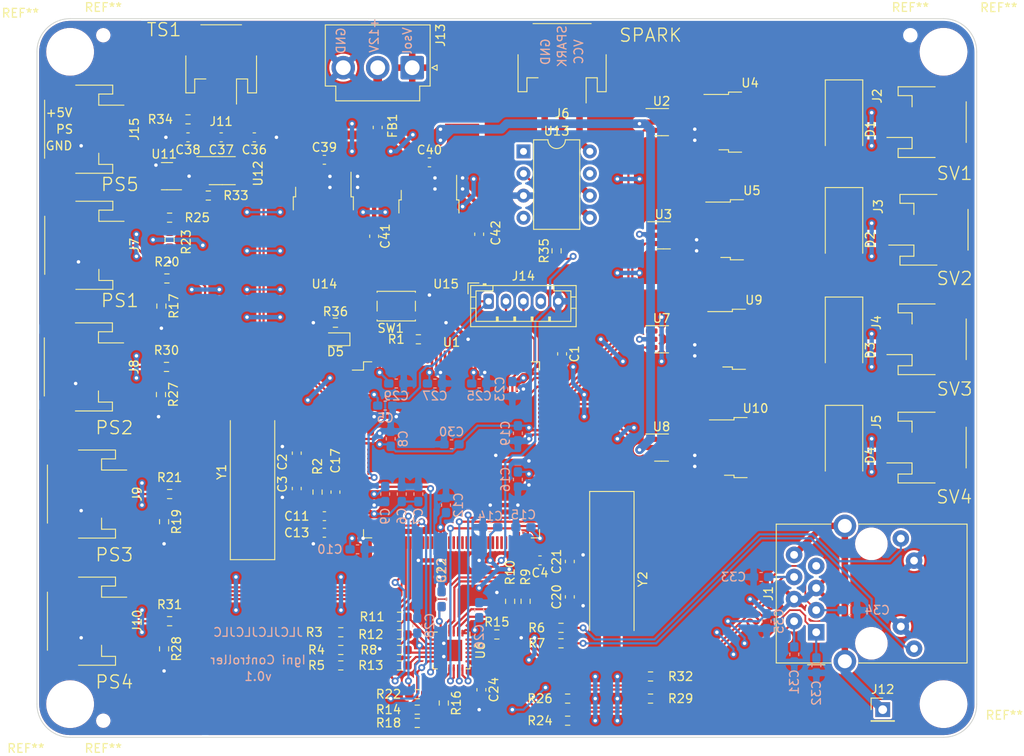
<source format=kicad_pcb>
(kicad_pcb (version 20211014) (generator pcbnew)
  (layers (0 "F.Cu" signal) (31 "B.Cu" signal) (34 "B.Paste" user) (35 "F.Paste" user) (36 "B.SilkS" user "B.Silkscreen") (37 "F.SilkS" user "F.Silkscreen") (38 "B.Mask" user) (39 "F.Mask" user) (44 "Edge.Cuts" user))
  (net 0 "")
  (net 1 "GND")
  (net 2 "Net-(C1-Pad2)")
  (net 3 "Net-(C2-Pad2)")
  (net 4 "Net-(C3-Pad2)")
  (net 5 "Net-(C4-Pad2)")
  (net 6 "VBAT")
  (net 7 "RST")
  (net 8 "Net-(C18-Pad2)")
  (net 9 "Net-(C20-Pad2)")
  (net 10 "Net-(C21-Pad2)")
  (net 11 "/TX-")
  (net 12 "/TX+")
  (net 13 "/RX-")
  (net 14 "/RX+")
  (net 15 "TS1+")
  (net 16 "TS1-")
  (net 17 "+12V")
  (net 18 "+5V")
  (net 19 "SV1")
  (net 20 "SV2")
  (net 21 "Vdrive")
  (net 22 "SV3")
  (net 23 "SV4")
  (net 24 "Net-(FB1-Pad2)")
  (net 25 "Earth")
  (net 26 "ETH_LED2")
  (net 27 "ETH_LED1")
  (net 29 "SPARK_VCC")
  (net 30 "SPARK_GND")
  (net 31 "SPARK")
  (net 32 "PS1")
  (net 33 "PS2")
  (net 34 "PS3")
  (net 35 "PS4")
  (net 36 "SWCLK")
  (net 37 "SWDIO")
  (net 39 "Net-(R1-Pad2)")
  (net 40 "ETH_RXD1")
  (net 41 "ETH_RXD0")
  (net 42 "ETH_CRS_DV")
  (net 43 "Net-(R6-Pad2)")
  (net 44 "Net-(R10-Pad1)")
  (net 45 "Net-(R8-Pad2)")
  (net 46 "Net-(R13-Pad2)")
  (net 47 "ETH_MDIO")
  (net 48 "Net-(R15-Pad1)")
  (net 49 "Net-(R16-Pad1)")
  (net 50 "ADC1_IN3")
  (net 51 "Net-(R18-Pad1)")
  (net 52 "ADC2_IN5")
  (net 53 "ETH_REF_CLK")
  (net 54 "ADC3_IN8")
  (net 55 "ADC1_IN4")
  (net 56 "ADC2_IN6")
  (net 57 "Net-(R33-Pad1)")
  (net 58 "SPARK_CTRL")
  (net 59 "Net-(R35-Pad2)")
  (net 76 "ADC3_IN7")
  (net 78 "ETH_MDC")
  (net 101 "ETH_TX_EN")
  (net 102 "ETH_TXD0")
  (net 103 "ETH_TXD1")
  (net 126 "SV4_CTRL")
  (net 127 "SV3_CTRL")
  (net 128 "SV2_CTRL")
  (net 129 "SV1_CTRL")
  (net 159 "Net-(U2-Pad5)")
  (net 161 "Net-(U3-Pad5)")
  (net 163 "Net-(U7-Pad5)")
  (net 165 "Net-(U10-Pad1)")
  (net 170 "Net-(R11-Pad2)")
  (net 171 "Net-(R12-Pad1)")
  (net 172 "PS5")
  (net 173 "Net-(D5-Pad1)")
  (net 174 "Net-(D5-Pad2)")
  (footprint "Resistor_SMD:R_0603_1608Metric_Pad0.98x0.95mm_HandSolder" (layer "F.Cu") (at 116.205 109.22 -90)
    (fp_text reference "R28")
    (fp_text value "1.5K")
  )
  (footprint "Resistor_SMD:R_0603_1608Metric_Pad0.98x0.95mm_HandSolder" (layer "F.Cu") (at 161.798 106.807 180)
    (fp_text reference "R6")
    (fp_text value "150")
  )
  (footprint "custom_footprints:JLC-Assembly-Mount" (layer "F.Cu") (at 109.22 38.735)
    (fp_text reference "REF**")
    (fp_text value "JLC-Assembly-Mount")
  )
  (footprint "Diode_SMD:D_SMA-SMB_Universal_Handsoldering" (layer "F.Cu") (at 194.31 73.66 -90)
    (fp_text reference "D3")
    (fp_text value "D_Small")
  )
  (footprint "Capacitor_SMD:C_0603_1608Metric_Pad1.08x0.95mm_HandSolder" (layer "F.Cu") (at 134.62 93.98 180)
    (fp_text reference "C11")
    (fp_text value "100nF")
  )
  (footprint "Resistor_SMD:R_0603_1608Metric_Pad0.98x0.95mm_HandSolder" (layer "F.Cu") (at 116.4825 76.835 180)
    (fp_text reference "R30")
    (fp_text value "750")
  )
  (footprint "Resistor_SMD:R_0603_1608Metric_Pad0.98x0.95mm_HandSolder" (layer "F.Cu") (at 154.432 107.569)
    (fp_text reference "R15")
    (fp_text value "12.1K")
  )
  (footprint "Diode_SMD:D_SMA-SMB_Universal_Handsoldering" (layer "F.Cu") (at 194.31 48.715 -90)
    (fp_text reference "D1")
    (fp_text value "D_Small")
  )
  (footprint "Package_SO:MSOP-8_3x3mm_P0.65mm" (layer "F.Cu") (at 122.8875 54.29)
    (fp_text reference "U12")
    (fp_text value "AD8495")
  )
  (footprint "Capacitor_SMD:C_0603_1608Metric_Pad1.08x0.95mm_HandSolder" (layer "F.Cu") (at 131.445 86.741 -90)
    (fp_text reference "C2")
    (fp_text value "23pF")
  )
  (footprint "Capacitor_SMD:C_0603_1608Metric_Pad1.08x0.95mm_HandSolder" (layer "F.Cu") (at 152.4 61.595 90)
    (fp_text reference "C42")
    (fp_text value "10uF")
  )
  (footprint "Crystal:Crystal_SMD_HC49-SD_HandSoldering" (layer "F.Cu") (at 126.365 88.9 90)
    (fp_text reference "Y1")
    (fp_text value "25 MHz")
  )
  (footprint "Capacitor_SMD:C_0603_1608Metric_Pad1.08x0.95mm_HandSolder" (layer "F.Cu") (at 140.7414 49.3268 90)
    (fp_text reference "FB1")
    (fp_text value "FerriteBead_Small")
  )
  (footprint "Resistor_SMD:R_0603_1608Metric_Pad0.98x0.95mm_HandSolder" (layer "F.Cu") (at 145.415 73.66 180)
    (fp_text reference "R1")
    (fp_text value "10K")
  )
  (footprint "Capacitor_SMD:C_0603_1608Metric_Pad1.08x0.95mm_HandSolder" (layer "F.Cu") (at 131.445 90.805 90)
    (fp_text reference "C3")
    (fp_text value "23pF")
  )
  (footprint "Resistor_SMD:R_0603_1608Metric_Pad0.98x0.95mm_HandSolder" (layer "F.Cu") (at 162.56 114.935 180)
    (fp_text reference "R26")
    (fp_text value "49.9 1%")
  )
  (footprint "Connector_JST:JST_PH_S2B-PH-SM4-TB_1x02-1MP_P2.00mm_Horizontal" (layer "F.Cu") (at 122.7625 42.045 180)
    (fp_text reference "J11")
    (fp_text value "Conn_01x02_Female")
  )
  (footprint "custom_footprints:TO-252-3_TabPin2-HandSolder" (layer "F.Cu") (at 183.725 61.08)
    (fp_text reference "U5")
    (fp_text value "IPD60R600")
  )
  (footprint "LED_SMD:LED_0603_1608Metric_Pad1.05x0.95mm_HandSolder" (layer "F.Cu") (at 135.89 73.66 180)
    (fp_text reference "D5")
    (fp_text value "LED_Small")
  )
  (footprint "Resistor_SMD:R_0603_1608Metric_Pad0.98x0.95mm_HandSolder" (layer "F.Cu") (at 172.085 112.395 180)
    (fp_text reference "R32")
    (fp_text value "49.9 1%")
  )
  (footprint "Capacitor_SMD:C_0603_1608Metric_Pad1.08x0.95mm_HandSolder" (layer "F.Cu") (at 134.62 95.885 180)
    (fp_text reference "C13")
    (fp_text value "1uF")
  )
  (footprint "Resistor_SMD:R_0603_1608Metric_Pad0.98x0.95mm_HandSolder" (layer "F.Cu") (at 116.53 66.675 180)
    (fp_text reference "R20")
    (fp_text value "750")
  )
  (footprint "Resistor_SMD:R_0603_1608Metric_Pad0.98x0.95mm_HandSolder" (layer "F.Cu") (at 136.5015 107.315 180)
    (fp_text reference "R3")
    (fp_text value "10K")
  )
  (footprint "Connector_JST:JST_PH_S3B-PH-SM4-TB_1x03-1MP_P2.00mm_Horizontal" (layer "F.Cu") (at 107.315 91.44 -90)
    (fp_text reference "J9")
    (fp_text value "Conn_01x03_Female")
  )
  (footprint "Package_TO_SOT_SMD:SOT-23-5" (layer "F.Cu") (at 173.35 86.1)
    (fp_text reference "U8")
    (fp_text value "MCP1416")
  )
  (footprint "Resistor_SMD:R_0603_1608Metric_Pad0.98x0.95mm_HandSolder" (layer "F.Cu") (at 121.285 57.15)
    (fp_text reference "R33")
    (fp_text value "1K")
  )
  (footprint "Capacitor_SMD:C_0603_1608Metric_Pad1.08x0.95mm_HandSolder" (layer "F.Cu") (at 148.082 103.505 -90)
    (fp_text reference "C22")
    (fp_text value "470pF")
  )
  (footprint "Connector_RJ:RJ45_Amphenol_RJMG1BD3B8K1ANR" (layer "F.Cu") (at 191.115 107.315 90)
    (fp_text reference "J1")
    (fp_text value "RJ45_Amphenol_RJMG1BD3B8K1ANR")
  )
  (footprint "MountingHole:MountingHole_2.5mm" (layer "F.Cu") (at 105.41 115.57)
    (fp_text reference "REF**")
    (fp_text value "MountingHole_2.5mm")
  )
  (footprint "Capacitor_SMD:C_0603_1608Metric_Pad1.08x0.95mm_HandSolder" (layer "F.Cu") (at 161.925 75.3375 -90)
    (fp_text reference "C1")
    (fp_text value "2.2uF")
  )
  (footprint "Connector_JST:JST_PH_S3B-PH-SM4-TB_1x03-1MP_P2.00mm_Horizontal" (layer "F.Cu") (at 106.9575 76.835 -90)
    (fp_text reference "J8")
    (fp_text value "Conn_01x03_Female")
  )
  (footprint "MountingHole:MountingHole_2.5mm" (layer "F.Cu") (at 205.74 40.64)
    (fp_text reference "REF**")
    (fp_text value "MountingHole_2.5mm")
  )
  (footprint "Resistor_SMD:R_0603_1608Metric_Pad0.98x0.95mm_HandSolder" (layer "F.Cu") (at 143.256 111.125)
    (fp_text reference "R13")
    (fp_text value "33")
  )
  (footprint "Diode_SMD:D_SMA-SMB_Universal_Handsoldering" (layer "F.Cu") (at 194.31 86.1 -90)
    (fp_text reference "D4")
    (fp_text value "D_Small")
  )
  (footprint "Resistor_SMD:R_0603_1608Metric_Pad0.98x0.95mm_HandSolder" (layer "F.Cu") (at 161.798 108.585 180)
    (fp_text reference "R7")
    (fp_text value "150")
  )
  (footprint "Connector_JST:JST_PH_S2B-PH-SM4-TB_1x02-1MP_P2.00mm_Horizontal" (layer "F.Cu") (at 204.045 61.08 90)
    (fp_text reference "J3")
    (fp_text value "Conn_01x02_Female")
  )
  (footprint "Capacitor_SMD:C_0603_1608Metric_Pad1.08x0.95mm_HandSolder" (layer "F.Cu") (at 152.654 113.919 -90)
    (fp_text reference "C24")
    (fp_text value "10nF")
  )
  (footprint "Resistor_SMD:R_0603_1608Metric_Pad0.98x0.95mm_HandSolder" (layer "F.Cu") (at 116.205 94.615 -90)
    (fp_text reference "R19")
    (fp_text value "1.5K")
  )
  (footprint "Resistor_SMD:R_0603_1608Metric_Pad0.98x0.95mm_HandSolder" (layer "F.Cu") (at 116.84 106.045 180)
    (fp_text reference "R31")
    (fp_text value "750")
  )
  (footprint "Connector_JST:JST_PH_S2B-PH-SM4-TB_1x02-1MP_P2.00mm_Horizontal" (layer "F.Cu") (at 203.835 48.715 90)
    (fp_text reference "J2")
    (fp_text value "Conn_01x02_Female")
  )
  (footprint "Package_DFN_QFN:VQFN-24-1EP_4x4mm_P0.5mm_EP2.45x2.45mm" (layer "F.Cu") (at 149.225 109.405 -90)
    (fp_text reference "U6")
    (fp_text value "LAN8742")
  )
  (footprint "Resistor_SMD:R_0603_1608Metric_Pad0.98x0.95mm_HandSolder" (layer "F.Cu") (at 145.288 117.729 180)
    (fp_text reference "R18")
    (fp_text value "10K")
  )
  (footprint "Resistor_SMD:R_0603_1608Metric_Pad0.98x0.95mm_HandSolder" (layer "F.Cu") (at 148.336 115.443 -90)
    (fp_text reference "R16")
    (fp_text value "10K")
  )
  (footprint "Resistor_SMD:R_0603_1608Metric_Pad0.98x0.95mm_HandSolder" (layer "F.Cu") (at 143.256 105.537)
    (fp_text reference "R11")
    (fp_text value "33")
  )
  (footprint "Connector_JST:JST_PH_B5B-PH-K_1x05_P2.00mm_Vertical" (layer "F.Cu") (at 153.48 69.3)
    (fp_text reference "J14")
    (fp_text value "Conn_01x05_Female")
  )
  (footprint "Capacitor_SMD:C_0603_1608Metric_Pad1.08x0.95mm_HandSolder" (layer "F.Cu") (at 134.62 53.042)
    (fp_text reference "C39")
    (fp_text value "10uF")
  )
  (footprint "custom_footprints:TO-252-3_TabPin2-HandSolder" (layer "F.Cu") (at 183.515 48.715)
    (fp_text reference "U4")
    (fp_text value "IPD60R600")
  )
  (footprint "Capacitor_SMD:C_0603_1608Metric_Pad1.08x0.95mm_HandSolder" (layer "F.Cu") (at 140.335 61.8225 90)
    (fp_text reference "C41")
    (fp_text value "10uF")
  )
  (footprint "Resistor_SMD:R_0603_1608Metric_Pad0.98x0.95mm_HandSolder" (layer "F.Cu") (at 162.56 117.475 180)
    (fp_text reference "R24")
    (fp_text value "49.9 1%")
  )
  (footprint "Package_TO_SOT_SMD:SOT-23-5" (layer "F.Cu") (at 173.355 73.66)
    (fp_text reference "U7")
    (fp_text value "MCP1416")
  )
  (footprint "Connector_JST:JST_PH_S3B-PH-SM4-TB_1x03-1MP_P2.00mm_Horizontal" (layer "F.Cu") (at 107.005 62.865 -90)
    (fp_text reference "J7")
    (fp_text value "Conn_01x03_Female")
  )
  (footprint "Resistor_SMD:R_0603_1608Metric_Pad0.98x0.95mm_HandSolder" (layer "F.Cu") (at 116.84 59.69 180)
    (fp_text reference "R25")
    (fp_text value "750")
  )
  (footprint "Resistor_SMD:R_0603_1608Metric_Pad0.98x0.95mm_HandSolder" (layer "F.Cu") (at 116.84 62.23 -90)
    (fp_text reference "R23")
    (fp_text value "1.5K")
  )
  (footprint "Capacitor_SMD:C_0603_1608Metric_Pad1.08x0.95mm_HandSolder" (layer "F.Cu") (at 135.89 91.2125 -90)
    (fp_text reference "C17")
    (fp_text value "100nF")
  )
  (footprint "Connector_JST:JST_PH_S3B-PH-SM4-TB_1x03-1MP_P2.00mm_Horizontal" (layer "F.Cu") (at 107.315 106.045 -90)
    (fp_text reference "J10")
    (fp_text value "Conn_01x03_Female")
  )
  (footprint "Resistor_SMD:R_0603_1608Metric_Pad0.98x0.95mm_HandSolder" (layer "F.Cu") (at 135.89 71.755 180)
    (fp_text reference "R36")
    (fp_text value "220")
  )
  (footprint "MountingHole:MountingHole_2.5mm" (layer "F.Cu") (at 205.74 115.57)
    (fp_text reference "REF**")
    (fp_text value "MountingHole_2.5mm")
  )
  (footprint "Connector_JST:JST_PH_S2B-PH-SM4-TB_1x02-1MP_P2.00mm_Horizontal" (layer "F.Cu") (at 203.83 86.1 90)
    (fp_text reference "J5")
    (fp_text value "Conn_01x02_Female")
  )
  (footprint "Resistor_SMD:R_0603_1608Metric_Pad0.98x0.95mm_HandSolder" (layer "F.Cu") (at 143.256 109.347)
    (fp_text reference "R8")
    (fp_text value "10K")
  )
  (footprint "Package_QFP:LQFP-144_20x20mm_P0.5mm" (layer "F.Cu") (at 149.225 86.36)
    (fp_text reference "U1")
    (fp_text value "STM32F407ZETx")
  )
  (footprint "Capacitor_SMD:C_0603_1608Metric_Pad1.08x0.95mm_HandSolder" (layer "F.Cu") (at 162.814 99.187 -90)
    (fp_text reference "C21")
    (fp_text value "27pF")
  )
  (footprint "Capacitor_SMD:C_0603_1608Metric_Pad1.08x0.95mm_HandSolder" (layer "F.Cu") (at 126.5725 50.46 180)
    (fp_text reference "C36")
    (fp_text value "10nF")
  )
  (footprint "Package_DIP:DIP-8_W7.62mm" (layer "F.Cu") (at 157.49 52.08)
    (fp_text reference "U13")
    (fp_text value "TLP250")
  )
  (footprint "Package_TO_SOT_SMD:SOT-23-5" (layer "F.Cu") (at 173.355 48.715)
    (fp_text reference "U2")
    (fp_text value "MCP1416")
  )
  (footprint "Capacitor_SMD:C_0603_1608Metric_Pad1.08x0.95mm_HandSolder" (layer "F.Cu") (at 122.7625 50.46 180)
    (fp_text reference "C37")
    (fp_text value "100nF")
  )
  (footprint "Resistor_SMD:R_0603_1608Metric_Pad0.98x0.95mm_HandSolder" (layer "F.Cu") (at 136.5015 111.125 180)
    (fp_text reference "R5")
    (fp_text value "10K")
  )
  (footprint "Package_TO_SOT_SMD:SOT-23-5" (layer "F.Cu") (at 173.565 61.715)
    (fp_text reference "U3")
    (fp_text value "MCP1416")
  )
  (footprint "Diode_SMD:D_SMA-SMB_Universal_Handsoldering" (layer "F.Cu") (at 194.31 61.08 -90)
    (fp_text reference "D2")
    (fp_text value "D_Small")
  )
  (footprint "Connector_PinHeader_2.54mm:PinHeader_1x01_P2.54mm_Vertical" (layer "F.Cu") (at 198.755 116.205)
    (fp_text reference "J12")
    (fp_text value "Conn_01x01")
  )
  (footprint "Resistor_SMD:R_0603_1608Metric_Pad0.98x0.95mm_HandSolder" (layer "F.Cu") (at 136.5015 109.347 180)
    (fp_text reference "R4")
    (fp_text value "10K")
  )
  (footprint "custom_footprints:JLC-Assembly-Mount" (layer "F.Cu") (at 201.93 38.735)
    (fp_text reference "REF**")
    (fp_text value "JLC-Assembly-Mount")
  )
  (footprint "Resistor_SMD:R_0603_1608Metric_Pad0.98x0.95mm_HandSolder" (layer "F.Cu") (at 133.833374 91.212915 90)
    (fp_text reference "R2")
    (fp_text value "10K")
  )
  (footprint "Resistor_SMD:R_0603_1608Metric_Pad0.98x0.95mm_HandSolder" (layer "F.Cu") (at 161.29 63.5 90)
    (fp_text reference "R35")
    (fp_text value "350")
  )
  (footprint "Connector_JST:JST_PH_S2B-PH-SM4-TB_1x02-1MP_P2.00mm_Horizontal" (layer "F.Cu") (at 203.835 73.66 90)
    (fp_text reference "J4")
    (fp_text value "Conn_01x02_Female")
  )
  (footprint "Resistor_SMD:R_0603_1608Metric_Pad0.98x0.95mm_HandSolder" (layer "F.Cu") (at 143.256 107.569 180)
    (fp_text reference "R12")
    (fp_text value "33")
  )
  (footprint "Capacitor_SMD:C_0603_1608Metric_Pad1.08x0.95mm_HandSolder" (layer "F.Cu") (at 162.814 103.251 90)
    (fp_text reference "C20")
    (fp_text value "27pF")
  )
  (footprint "MountingHole:MountingHole_2.5mm" (layer "F.Cu") (at 105.41 40.64)
    (fp_text reference "REF**")
    (fp_text value "MountingHole_2.5mm")
  )
  (footprint "Resistor_SMD:R_0603_1608Metric_Pad0.98x0.95mm_HandSolder" (layer "F.Cu") (at 115.8475 80.01 -90)
    (fp_text reference "R27")
    (fp_text value "1.5K")
  )
  (footprint "Resistor_SMD:R_0603_1608Metric_Pad0.98x0.95mm_HandSolder" (layer "F.Cu") (at 157.734 103.759 90)
    (fp_text reference "R9")
    (fp_text value "10K")
  )
  (footprint "Resistor_SMD:R_0603_1608Metric_Pad0.98x0.95mm_HandSolder" (layer "F.Cu") (at 116.84 91.44 180)
    (fp_text reference "R21")
    (fp_text value "750")
  )
  (footprint "Crystal:Crystal_SMD_HC49-SD_HandSoldering" (layer "F.Cu") (at 167.64 101.219 -90)
    (fp_text reference "Y2")
    (fp_text value "25 MHz")
  )
  (footprint "Capacitor_SMD:C_0603_1608Metric_Pad1.08x0.95mm_HandSolder" (layer "F.Cu") (at 118.9525 50.46 180)
    (fp_text reference "C38")
    (fp_text value "10nF")
  )
  (footprint "Resistor_SMD:R_0603_1608Metric_Pad0.98x0.95mm_HandSolder" (layer "F.Cu") (at 118.9525 48.395 180)
    (fp_text reference "R34")
    (fp_text value "1M")
  )
  (footprint "Button_Switch_SMD:SW_SPST_PTS810" (layer "F.Cu") (at 142.875 69.85 180)
    (fp_text reference "SW1")
    (fp_text value "SW_RST")
  )
  (footprint "Resistor_SMD:R_0603_1608Metric_Pad0.98x0.95mm_HandSolder" (layer "F.Cu") (at 115.895 69.85 -90)
    (fp_text reference "R17")
    (fp_text value "1.5K")
  )
  (footprint "Resistor_SMD:R_0603_1608Metric_Pad0.98x0.95mm_HandSolder" (layer "F.Cu") (at 172.085 114.935 180)
    (fp_text reference "R29")
    (fp_text value "49.9 1%")
  )
  (footprint "Connector_JST:JST_VH_B3P-VH-B_1x03_P3.96mm_Vertical" (layer "F.Cu") (at 144.7075 42.46 180)
    (fp_text reference "J13")
    (fp_text value "Conn_01x03_Male")
  )
  (footprint "custom_footprints:JLC-Assembly-Mount" (layer "F.Cu") (at 109.22 117.475)
    (fp_text reference "REF**")
    (fp_text value "JLC-Assembly-Mount")
  )
  (footprint "custom_footprints:TO-252-2-HandSolder" (layer "F.Cu") (at 134.49796 59.765473 -90)
    (fp_text reference "U14")
    (fp_text value "NCP1117-5.0_TO252")
  )
  (footprint "Capacitor_SMD:C_0603_1608Metric_Pad1.08x0.95mm_HandSolder" (layer "F.Cu") (at 146.685 53.34)
    (fp_text reference "C40")
    (fp_text value "10uF")
  )
  (footprint "Package_TO_SOT_SMD:SOT-23" (layer "F.Cu") (at 116.5375 54.925 180)
    (fp_text reference "U11")
    (fp_text value "TL431DBZ")
  )
  (footprint "Resistor_SMD:R_0603_1608Metric_Pad0.98x0.95mm_HandSolder" (layer "F.Cu") (at 155.956 103.759 90)
    (fp_text reference "R10")
    (fp_text value "10K")
  )
  (footprint "custom_footprints:TO-252-3_TabPin2-HandSolder" (layer "F.Cu") (at 183.955 73.66)
    (fp_text reference "U9")
    (fp_text value "IPD60R600")
  )
  (footprint "custom_footprints:TO-252-2-HandSolder" (layer "F.Cu") (at 146.62817 60.123414 -90)
    (fp_text reference "U15")
    (fp_text value "NCP1117-3.3_TO252")
  )
  (footprint "Connector_JST:JST_PH_S3B-PH-SM4-TB_1x03-1MP_P2.00mm_Horizontal" (layer "F.Cu") (at 106.991015 49.53 -90)
    (fp_text reference "J15")
    (fp_text value "Conn_01x03_Female")
  )
  (footprint "Connector_JST:JST_PH_S3B-PH-SM4-TB_1x03-1MP_P2.00mm_Horizontal" (layer "F.Cu") (at 161.925 41.91 180)
    (fp_text reference "J6")
    (fp_text value "Conn_01x03_Female")
  )
  (footprint "Capacitor_SMD:C_0603_1608Metric_Pad1.08x0.95mm_HandSolder" (layer "F.Cu") (at 159.385 99.06 180)
    (fp_text reference "C4")
    (fp_text value "2.2uF")
  )
  (footprint "Resistor_SMD:R_0603_1608Metric_Pad0.98x0.95mm_HandSolder" (layer "F.Cu") (at 145.288 116.205 180)
    (fp_text reference "R14")
    (fp_text value "1.5K")
  )
  (footprint "custom_footprints:TO-252-3_TabPin2-HandSolder" (layer "F.Cu") (at 184.145 86.1)
    (fp_text reference "U10")
    (fp_text value "IPD60R600")
  )
  (footprint "Resistor_SMD:R_0603_1608Metric_Pad0.98x0.95mm_HandSolder" (layer "F.Cu") (at 145.288 114.427 180)
    (fp_text reference "R22")
    (fp_text value "33")
  )
  (footprint "Capacitor_SMD:C_0603_1608Metric_Pad1.08x0.95mm_HandSolder" (layer "B.Cu") (at 142.24 85.09 90)
    (fp_text reference "C8")
    (fp_text value "100nF")
  )
  (footprint "Capacitor_SMD:C_0603_1608Metric_Pad1.08x0.95mm_HandSolder" (layer "B.Cu") (at 153.67 95.25 180)
    (fp_text reference "C14")
    (fp_text value "100nF")
  )
  (footprint "Capacitor_SMD:C_0603_1608Metric_Pad1.08x0.95mm_HandSolder" (layer "B.Cu") (at 141.605 81.28)
    (fp_text reference "C5")
    (fp_text value "100nF")
  )
  (footprint "Capacitor_SMD:C_0603_1608Metric_Pad1.08x0.95mm_HandSolder" (layer "B.Cu") (at 138.43 97.79)
    (fp_text reference "C10")
    (fp_text value "100nF")
  )
  (footprint "Capacitor_SMD:C_0603_1608Metric_Pad1.08x0.95mm_HandSolder" (layer "B.Cu") (at 141.605 91.44 -90)
    (fp_text reference "C9")
    (fp_text value "100nF")
  )
  (footprint "Capacitor_SMD:C_0603_1608Metric_Pad1.08x0.95mm_HandSolder" (layer "B.Cu") (at 152.4 78.74)
    (fp_text reference "C25")
    (fp_text value "100nF")
  )
  (footprint "Capacitor_SMD:C_0603_1608Metric_Pad1.08x0.95mm_HandSolder" (layer "B.Cu") (at 149.225 85.725 180)
    (fp_text reference "C30")
    (fp_text value "4.7uF")
  )
  (footprint "Capacitor_SMD:C_0603_1608Metric_Pad1.08x0.95mm_HandSolder" (layer "B.Cu") (at 147.32 78.74)
    (fp_text reference "C27")
    (fp_text value "100nF")
  )
  (footprint "Capacitor_SMD:C_0603_1608Metric_Pad1.08x0.95mm_HandSolder" (layer "B.Cu") (at 184.785 100.965 180)
    (fp_text reference "C33")
    (fp_text value "10pF DNP")
  )
  (footprint "Capacitor_SMD:C_0603_1608Metric_Pad1.08x0.95mm_HandSolder" (layer "B.Cu") (at 145.415 91.44 90)
    (fp_text reference "C7")
    (fp_text value "1uF")
  )
  (footprint "Capacitor_SMD:C_0603_1608Metric_Pad1.08x0.95mm_HandSolder" (layer "B.Cu") (at 191.135 111.125 -90)
    (fp_text reference "C32")
    (fp_text value "10pF DNP")
  )
  (footprint "Capacitor_SMD:C_0603_1608Metric_Pad1.08x0.95mm_HandSolder" (layer "B.Cu") (at 185.42 106.045 90)
    (fp_text reference "C35")
    (fp_text value "22nF")
  )
  (footprint "Capacitor_SMD:C_0603_1608Metric_Pad1.08x0.95mm_HandSolder" (layer "B.Cu") (at 145.288 106.553 90)
    (fp_text reference "C28")
    (fp_text value "10nF")
  )
  (footprint "Capacitor_SMD:C_0603_1608Metric_Pad1.08x0.95mm_HandSolder" (layer "B.Cu") (at 156.21 79.375 -90)
    (fp_text reference "C23")
    (fp_text value "100nF")
  )
  (footprint "Capacitor_SMD:C_0603_1608Metric_Pad1.08x0.95mm_HandSolder" (layer "B.Cu") (at 142.875 78.74)
    (fp_text reference "C29")
    (fp_text value "100nF")
  )
  (footprint "Capacitor_SMD:C_0603_1608Metric_Pad1.08x0.95mm_HandSolder" (layer "B.Cu") (at 156.845 89.7625 -90)
    (fp_text reference "C16")
    (fp_text value "100nF")
  )
  (footprint "Capacitor_SMD:C_0603_1608Metric_Pad1.08x0.95mm_HandSolder" (layer "B.Cu") (at 156.845 84.455 -90)
    (fp_text reference "C19")
    (fp_text value "100nF")
  )
  (footprint "Capacitor_SMD:C_0603_1608Metric_Pad1.08x0.95mm_HandSolder" (layer "B.Cu") (at 188.595 109.855 -90)
    (fp_text reference "C31")
    (fp_text value "10pF DNP")
  )
  (footprint "Capacitor_SMD:C_0603_1608Metric_Pad1.08x0.95mm_HandSolder" (layer "B.Cu") (at 148.082 103.505 -90)
    (fp_text reference "C18")
    (fp_text value "1uF")
  )
  (footprint "Capacitor_SMD:C_0603_1608Metric_Pad1.08x0.95mm_HandSolder" (layer "B.Cu") (at 157.48 95.25 180)
    (fp_text reference "C15")
    (fp_text value "100nF")
  )
  (footprint "Capacitor_SMD:C_0603_1608Metric_Pad1.08x0.95mm_HandSolder" (layer "B.Cu") (at 152.4 104.775 90)
    (fp_text reference "C26")
    (fp_text value "10nF")
  )
  (footprint "Capacitor_SMD:C_0603_1608Metric_Pad1.08x0.95mm_HandSolder" (layer "B.Cu") (at 148.59 92.71 90)
    (fp_text reference "C12")
    (fp_text value "100nF")
  )
  (footprint "Capacitor_SMD:C_0603_1608Metric_Pad1.08x0.95mm_HandSolder" (layer "B.Cu") (at 194.945 104.775)
    (fp_text reference "C34")
    (fp_text value "10pF DNP")
  )
  (footprint "Capacitor_SMD:C_0603_1608Metric_Pad1.08x0.95mm_HandSolder" (layer "B.Cu") (at 143.51 91.44 90)
    (fp_text reference "C6")
    (fp_text value "100nF")
  )
  (gr_arc (start 105.41 119.38) (mid 102.715923 118.264077) (end 101.6 115.57) (layer "Edge.Cuts") (width 0.1))
  (gr_arc (start 205.74 36.83) (mid 208.434077 37.945923) (end 209.55 40.64) (layer "Edge.Cuts") (width 0.1))
  (gr_arc (start 209.55 115.57) (mid 208.434077 118.264077) (end 205.74 119.38) (layer "Edge.Cuts") (width 0.1))
  (gr_arc (start 101.6 40.64) (mid 102.715923 37.945923) (end 105.41 36.83) (layer "Edge.Cuts") (width 0.1))
  (gr_line (start 209.55 115.57) (end 209.55 40.64) (layer "Edge.Cuts") (width 0.1))
  (gr_line (start 105.41 119.38) (end 205.74 119.38) (layer "Edge.Cuts") (width 0.1))
  (gr_line (start 105.41 36.83) (end 205.74 36.83) (layer "Edge.Cuts") (width 0.1))
  (gr_line (start 101.6 40.64) (end 101.6 115.57) (layer "Edge.Cuts") (width 0.1))
  (gr_text "Igni Controller" (at 127 110.49) (layer "B.SilkS") (effects (font (size 1 1)) (justify mirror)))
  (gr_text "GND" (at 160.02 40.64 90) (layer "B.SilkS") (effects (font (size 1 1)) (justify mirror)))
  (gr_text "+12V" (at 140.335 38.735 90) (layer "B.SilkS") (effects (font (size 1 1)) (justify mirror)))
  (gr_text "Vsol" (at 144.145 39.37 90) (layer "B.SilkS") (effects (font (size 1 1)) (justify mirror)))
  (gr_text "GND" (at 136.525 39.37 90) (layer "B.SilkS") (effects (font (size 1 1)) (justify mirror)))
  (gr_text "SPARK" (at 161.925 40.005 90) (layer "B.SilkS") (effects (font (size 1 1)) (justify mirror)))
  (gr_text "VCC" (at 163.83 40.64 90) (layer "B.SilkS") (effects (font (size 1 1)) (justify mirror)))
  (gr_text "JLCJLCJLCJLC" (at 127 107.315) (layer "B.SilkS") (effects (font (size 1 1)) (justify mirror)))
  (gr_text "v0.1" (at 127 112.395) (layer "B.SilkS") (effects (font (size 1 1)) (justify mirror)))
  (gr_text "SPARK" (at 172.085 38.735) (layer "F.SilkS") (effects (font (size 1.5 1.5))))
  (gr_text "SV1" (at 207.01 54.61) (layer "F.SilkS") (effects (font (size 1.5 1.5))))
  (gr_text "PS5" (at 111.125 55.88) (layer "F.SilkS") (effects (font (size 1.5 1.5))))
  (gr_text "SV2" (at 207.01 66.675) (layer "F.SilkS") (effects (font (size 1.5 1.5))))
  (gr_text "GND" (at 104.14 51.435) (layer "F.SilkS") (effects (font (size 1 1))))
  (gr_text "PS4" (at 110.49 113.03) (layer "F.SilkS") (effects (font (size 1.5 1.5))))
  (gr_text "+5V" (at 104.14 47.625) (layer "F.SilkS") (effects (font (size 1 1))))
  (gr_text "SV3" (at 207.01 79.375) (layer "F.SilkS") (effects (font (size 1.5 1.5))))
  (gr_text "TS1" (at 116.205 38.1) (layer "F.SilkS") (effects (font (size 1.5 1.5))))
  (gr_text "PS1" (at 111.125 69.215) (layer "F.SilkS") (effects (font (size 1.5 1.5))))
  (gr_text "PS" (at 104.775 49.53) (layer "F.SilkS") (effects (font (size 1 1))))
  (gr_text "PS2" (at 110.49 83.82) (layer "F.SilkS") (effects (font (size 1.5 1.5))))
  (gr_text "PS3" (at 110.49 98.425) (layer "F.SilkS") (effects (font (size 1.5 1.5))))
  (gr_text "SV4" (at 206.974777 91.768739) (layer "F.SilkS") (effects (font (size 1.5 1.5))))
  (segment (start 147.5475 53.34) (end 148.59 53.34) (width 0.5) (layer "F.Cu") (net 1))
  (segment (start 136.256 56.217) (end 136.773 55.7) (width 0.5) (layer "F.Cu") (net 1))
  (segment (start 106.68 107.95) (end 110.07 107.95) (width 0.25) (layer "F.Cu") (net 1))
  (segment (start 147.475 97.0225) (end 147.475 98.58) (width 0.25) (layer "F.Cu") (net 1))
  (segment (start 162.0785 99.06) (end 162.814 98.3245) (width 0.25) (layer "F.Cu") (net 1))
  (segment (start 177.11 87.05) (end 177.165 86.995) (width 0.5) (layer "F.Cu") (net 1))
  (segment (start 140.335 58.122) (end 138.43 56.217) (width 0.5) (layer "F.Cu") (net 1))
  (segment (start 177.165 88.265) (end 177.8 88.9) (width 0.5) (layer "F.Cu") (net 1))
  (segment (start 131.3445 85.979) (end 131.445 85.8785) (width 0.25) (layer "F.Cu") (net 1))
  (segment (start 116.205 97.155) (end 116.205 95.5275) (width 0.25) (layer "F.Cu") (net 1))
  (segment (start 155.8525 102.743) (end 155.956 102.8465) (width 0.25) (layer "F.Cu") (net 1))
  (segment (start 118.04 48.395) (end 118.04 50.41) (width 0.25) (layer "F.Cu") (net 1))
  (segment (start 106.14 78.835) (end 109.8075 78.835) (width 0.25) (layer "F.Cu") (net 1))
  (segment (start 141.097 109.347) (end 140.97 109.22) (width 0.25) (layer "F.Cu") (net 1))
  (segment (start 150.495 55.1262) (end 149.718 55.1262) (width 0.5) (layer "F.Cu") (net 1))
  (segment (start 178.55 88.38) (end 179.801 88.38) (width 0.5) (layer "F.Cu") (net 1))
  (segment (start 159.8875 90.11) (end 158.4025 90.11) (width 0.25) (layer "F.Cu") (net 1))
  (segment (start 156.845 92.71) (end 153.67 92.71) (width 0.5) (layer "F.Cu") (net 1))
  (segment (start 136.02 54.947) (end 136.773 55.7) (width 0.5) (layer "F.Cu") (net 1))
  (segment (start 133.35 71.755) (end 134.9775 71.755) (width 0.25) (layer "F.Cu") (net 1))
  (segment (start 115.895 70.7625) (end 115.895 72.39) (width 0.25) (layer "F.Cu") (net 1))
  (segment (start 109.746015 51.435) (end 109.841015 51.53) (width 0.25) (layer "F.Cu") (net 1))
  (segment (start 177.165 75.565) (end 177.8 76.2) (width 0.5) (layer "F.Cu") (net 1))
  (segment (start 129.794 91.821) (end 131.2915 91.821) (width 0.25) (layer "F.Cu") (net 1))
  (segment (start 146.685 73.66) (end 148.59 71.755) (width 0.25) (layer "F.Cu") (net 1))
  (segment (start 147.32 55.1262) (end 148.1104 55.1262) (width 0.5) (layer "F.Cu") (net 1))
  (segment (start 158.595 84.61) (end 158.115 85.09) (width 0.25) (layer "F.Cu") (net 1))
  (segment (start 136.773 53.588) (end 136.773 55.7) (width 0.5) (layer "F.Cu") (net 1))
  (segment (start 140.975 96.25467) (end 140.60533 95.885) (width 0.2) (layer "F.Cu") (net 1))
  (segment (start 176.94 62.665) (end 177.375 62.23) (width 0.5) (layer "F.Cu") (net 1))
  (segment (start 149.225 71.755) (end 151.13 73.66) (width 0.5) (layer "F.Cu") (net 1))
  (segment (start 150.495 56.3962) (end 149.3804 56.3962) (width 0.5) (layer "F.Cu") (net 1))
  (segment (start 157.226 107.95) (end 155.7255 107.95) (width 0.25) (layer "F.Cu") (net 1))
  (segment (start 145.415 99.06) (end 147.955 99.06) (width 0.5) (layer "F.Cu") (net 1))
  (segment (start 177.165 50.8) (end 179.12 50.8) (width 0.5) (layer "F.Cu") (net 1))
  (segment (start 106.775 93.44) (end 110.165 93.44) (width 0.25) (layer "F.Cu") (net 1))
  (segment (start 115.57 82.55) (end 115.57 81.2) (width 0.25) (layer "F.Cu") (net 1))
  (segment (start 120.775 54.615) (end 119.3875 54.615) (width 0.25) (layer "F.Cu") (net 1))
  (segment (start 177.165 74.295) (end 178.81 75.94) (width 0.5) (layer "F.Cu") (net 1))
  (segment (start 177.375 62.23) (end 178.395 62.23) (width 0.5) (layer "F.Cu") (net 1))
  (segment (start 178.63 50.995) (end 179.315 50.995) (width 0.5) (layer "F.Cu") (net 1))
  (segment (start 135.4825 53.042) (end 136.227 53.042) (width 0.5) (layer "F.Cu") (net 1))
  (segment (start 154.94 87.63) (end 154.305 86.995) (width 0.5) (layer "F.Cu") (net 1))
  (segment (start 152.475 76.91) (end 153.035 77.47) (width 0.25) (layer "F.Cu") (net 1))
  (segment (start 147.475 98.58) (end 147.955 99.06) (width 0.25) (layer "F.Cu") (net 1))
  (segment (start 115.57 81.2) (end 115.8475 80.9225) (width 0.25) (layer "F.Cu") (net 1))
  (segment (start 148.9142 53.6642) (end 148.9142 55.93) (width 0.5) (layer "F.Cu") (net 1))
  (segment (start 116.84 63.1425) (end 116.84 64.77) (width 0.25) (layer "F.Cu") (net 1))
  (segment (start 146.3275 73.66) (end 146.685 73.66) (width 0.25) (layer "F.Cu") (net 1))
  (segment (start 106.37 64.77) (end 109.76 64.77) (width 0.25) (layer "F.Cu") (net 1))
  (segment (start 140.60533 95.885) (end 139.7 95.885) (width 0.2) (layer "F.Cu") (net 1))
  (segment (start 147.32 56.3962) (end 148.448 56.3962) (width 0.5) (layer "F.Cu") (net 1))
  (segment (start 155.956 102.8465) (end 157.734 102.8465) (width 0.25) (layer "F.Cu") (net 1))
  (segment (start 179.385 63.5) (end 179.525 63.36) (width 0.5) (layer "F.Cu") (net 1))
  (segment (start 118.04 50.41) (end 118.09 50.46) (width 0.25) (layer "F.Cu") (net 1))
  (segment (start 139.7 95.885) (end 139.065 96.52) (width 0.2) (layer "F.Cu") (net 1))
  (segment (start 109.76 64.77) (end 109.855 64.865) (width 0.25) (layer "F.Cu") (net 1))
  (segment (start 177.375 63.5) (end 179.385 63.5) (width 0.5) (layer "F.Cu") (net 1))
  (segment (start 148.448 56.3962) (end 148.9142 55.93) (width 0.5) (layer "F.Cu") (net 1))
  (segment (start 138.5625 92.61) (end 140.235 92.61) (width 0.25) (layer "F.Cu") (net 1))
  (segment (start 147.475 76.99) (end 147.955 77.47) (width 0.25) (layer "F.Cu") (net 1))
  (segment (start 179.351 76.2) (end 179.611 75.94) (width 0.5) (layer "F.Cu") (net 1))
  (segment (start 152.4 58.3012) (end 150.495 56.3962) (width 0.5) (layer "F.Cu") (net 1))
  (segment (start 154.432 102.743) (end 155.8525 102.743) (width 0.25) (layer "F.Cu") (net 1))
  (segment (start 133.7575 95.885) (end 133.7575 96.7475) (width 0.25) (layer "F.Cu") (net 1))
  (segment (start 138.43 54.947) (end 137.526 54.947) (width 0.5) (layer "F.Cu") (net 1))
  (segment (start 155.7255 107.95) (end 155.3445 107.569) (width 0.25) (layer "F.Cu") (net 1))
  (segment (start 159.8875 78.11) (end 158.745 78.11) (width 0.25) (layer "F.Cu") (net 1))
  (segment (start 110.07 107.95) (end 110.165 108.045) (width 0.25) (layer "F.Cu") (net 1))
  (segment (start 179.281 88.9) (end 179.801 88.38) (width 0.5) (layer "F.Cu") (net 1))
  (segment (start 174.7025 62.665) (end 176.94 62.665) (width 0.5) (layer "F.Cu") (net 1))
  (segment (start 149.718 55.1262) (end 148.9142 55.93) (width 0.5) (layer "F.Cu") (net 1))
  (segment (start 147.475 75.6975) (end 147.475 76.99) (width 0.25) (layer "F.Cu") (net 1))
  (segment (start 158.115 87.63) (end 154.94 87.63) (width 0.5) (layer "F.Cu") (net 1))
  (segment (start 174.4875 87.05) (end 177.11 87.05) (width 0.5) (layer "F.Cu") (net 1))
  (segment (start 162.814 98.3245) (end 164.2375 98.3245) (width 0.25) (layer "F.Cu") (net 1))
  (segment (start 137.29 56.217) (end 136.773 55.7) (width 0.5) (layer "F.Cu") (net 1))
  (segment (start 129.1125 50.46) (end 127.435 50.46) (width 0.25) (layer "F.Cu") (net 1))
  (segment (start 116.4125 50.46) (end 118.09 50.46) (width 0.25) (layer "F.Cu") (net 1))
  (segment (start 129.794 85.979) (end 131.3445 85.979) (width 0.25) (layer "F.Cu") (net 1))
  (segment (start 133.7575 96.7475) (end 133.35 97.155) (width 0.25) (layer "F.Cu") (net 1))
  (segment (start 176.85 74.61) (end 177.165 74.295) (width 0.5) (layer "F.Cu") (net 1))
  (segment (start 177.165 86.995) (end 178.55 88.38) (width 0.5) (layer "F.Cu") (net 1))
  (segment (start 135.255 56.217) (end 136.256 56.217) (width 0.5) (layer "F.Cu") (net 1))
  (segment (start 136.227 53.042) (end 136.773 53.588) (width 0.5) (layer "F.Cu") (net 1))
  (segment (start 133.985 93.98) (end 135.89 92.075) (width 0.25) (layer "F.Cu") (net 1))
  (segment (start 152.475 97.0225) (end 152.475 98.985) (width 0.25) (layer "F.Cu") (net 1))
  (segment (start 158.4025 90.11) (end 158.115 90.3975) (width 0.25) (layer "F.Cu") (net 1))
  (segment (start 144.95 68.775) (end 146.49 68.775) (width 0.25) (layer "F.Cu") (net 1))
  (segment (start 142.3435 109.347) (end 141.097 109.347) (width 0.25) (layer "F.Cu") (net 1))
  (segment (start 164.2375 98.3245) (end 164.338 98.425) (width 0.25) (layer "F.Cu") (net 1))
  (segment (start 148.1104 55.1262) (end 148.9142 55.93) (width 0.5) (layer "F.Cu") (net 1))
  (segment (start 152.475 75.6975) (end 152.475 76.91) (width 0.25) (layer "F.Cu") (net 1))
  (segment (start 147.828 102.3885) (end 148.082 102.6425) (width 0.25) (layer "F.Cu") (net 1))
  (segment (start 152.475 98.985) (end 152.4 99.06) (width 0.25) (layer "F.Cu") (net 1))
  (segment (start 177.03 49.665) (end 177.165 49.53) (width 0.5) (layer "F.Cu") (net 1))
  (segment (start 140.235 92.61) (end 140.335 92.71) (width 0.25) (layer "F.Cu") (net 1))
  (segment (start 106.68 93.345) (end 106.775 93.44) (width 0.25) (layer "F.Cu") (net 1))
  (segment (start 140.315 85.11) (end 140.97 84.455) (width 0.25) (layer "F.Cu") (net 1))
  (segment (start 174.4925 74.61) (end 176.85 74.61) (width 0.5) (layer "F.Cu") (net 1))
  (segment (start 140.975 97.0225) (end 140.975 96.25467) (width 0.2) (layer "F.Cu") (net 1))
  (segment (start 106.045 78.74) (end 106.14 78.835) (width 0.25) (layer "F.Cu") (net 1))
  (segment (start 140.8 68.775) (end 144.95 68.775) (width 0.25) (layer "F.Cu") (net 1))
  (segment (start 119.3875 54.615) (end 119.0775 54.925) (width 0.25) (layer "F.Cu") (net 1))
  (segment (start 177.8 76.2) (end 179.351 76.2) (width 0.5) (layer "F.Cu") (net 1))
  (segment (start 152.4 116.205) (end 152.4 115.0355) (width 0.25) (layer "F.Cu") (net 1))
  (segment (start 133.7575 93.98) (end 133.985 93.98) (width 0.25) (layer "F.Cu") (net 1))
  (segment (start 152.4 60.7325) (end 152.4 58.3012) (width 0.5) (layer "F.Cu") (net 1))
  (segment (start 140.335 82.55) (end 142.875 82.55) (width 0.5) (layer "F.Cu") (net 1))
  (segment (start 147.828 100.965) (end 147.828 102.3885) (width 0.25) (layer "F.Cu") (net 1))
  (segment (start 106.68 51.435) (end 109.746015 51.435) (width 0.25) (layer "F.Cu") (net 1))
  (segment (start 115.2675 53.655) (end 115.2675 54.5925) (width 0.25) (layer "F.Cu") (net 1))
  (segment (start 135.255 54.947) (end 136.02 54.947) (width 0.5) (layer "F.Cu") (net 1))
  (segment (start 116.205 111.76) (end 116.205 110.1325) (width 0.25) (layer "F.Cu") (net 1))
  (segment (start 152.4 115.0355) (end 152.654 114.7815) (width 0.25) (layer "F.Cu") (net 1))
  (segment (start 162.814 104.1135) (end 164.1845 104.1135) (width 0.25) (layer "F.Cu") (net 1))
  (segment (start 178.395 62.23) (end 179.525 63.36) (width 0.5) (layer "F.Cu") (net 1))
  (segment (start 164.1845 104.1135) (end 164.338 104.267) (width 0.25) (layer "F.Cu") (net 1))
  (segment (start 178.81 75.94) (end 179.611 75.94) (width 0.5) (layer "F.Cu") (net 1))
  (segment (start 146.49 68.775) (end 146.685 68.58) (width 0.25) (layer "F.Cu") (net 1))
  (segment (start 158.745 78.11) (end 157.48 79.375) (width 0.25) (layer "F.Cu") (net 1))
  (segment (start 159.8875 84.61) (end 158.595 84.61) (width 0.25) (layer "F.Cu") (net 1))
  (segment (start 149.3804 56.3962) (end 148.9142 55.93) (width 0.5) (layer "F.Cu") (net 1))
  (segment (start 148.59 71.755) (end 149.225 71.755) (width 0.5) (layer "F.Cu") (net 1))
  (segment (start 137.526 54.947) (end 136.773 55.7) (width 0.5) (layer "F.Cu") (net 1))
  (segment (start 177.165 49.53) (end 178.63 50.995) (width 0.5) (layer "F.Cu") (net 1))
  (segment (start 140.335 60.96) (end 140.335 58.122) (width 0.5) (layer "F.Cu") (net 1))
  (segment (start 174.4925 49.665) (end 177.03 49.665) (width 0.5) (layer "F.Cu") (net 1))
  (segment (start 177.8 88.9) (end 179.281 88.9) (width 0.5) (layer "F.Cu") (net 1))
  (segment (start 138.5625 85.11) (end 140.315 85.11) (width 0.25) (layer "F.Cu") (net 1))
  (segment (start 179.12 50.8) (end 179.315 50.995) (width 0.5) (layer "F.Cu") (net 1))
  (segment (start 131.2915 91.821) (end 131.445 91.6675) (width 0.25) (layer "F.Cu") (net 1))
  (segment (start 160.2475 99.06) (end 162.0785 99.06) (width 0.25) (layer "F.Cu") (net 1))
  (segment (start 148.59 53.34) (end 148.9142 53.6642) (width 0.5) (layer "F.Cu") (net 1))
  (segment (start 115.2675 54.5925) (end 115.6 54.925) (width 0.25) (layer "F.Cu") (net 1))
  (segment (start 133.7575 93.98) (end 133.7575 95.885) (width 0.25) (layer "F.Cu") (net 1))
  (segment (start 138.43 56.217) (end 137.29 56.217) (width 0.5) (layer "F.Cu") (net 1))
  (via (at 177.165 88.265) (size 0.8) (drill 0.4) (layers "F.Cu" "B.Cu") (net 1))
  (via (at 177.375 63.5) (size 0.8) (drill 0.4) (layers "F.Cu" "B.Cu") (net 1))
  (via (at 119.0775 54.925) (size 0.8) (drill 0.4) (layers "F.Cu" "B.Cu") (net 1))
  (via (at 158.115 90.3975) (size 0.8) (drill 0.4) (layers "F.Cu" "B.Cu") (net 1))
  (via (at 140.335 82.55) (size 0.8) (drill 0.4) (layers "F.Cu" "B.Cu") (net 1))
  (via (at 106.68 51.435) (size 0.8) (drill 0.4) (layers "F.Cu" "B.Cu") (net 1))
  (via (at 150.495 55.1262) (size 0.8) (drill 0.4) (layers "F.Cu" "B.Cu") (net 1))
  (via (at 156.845 92.71) (size 0.8) (drill 0.4) (layers "F.Cu" "B.Cu") (net 1))
  (via (at 151.13 73.66) (size 0.8) (drill 0.4) (layers "F.Cu" "B.Cu") (net 1))
  (via (at 153.035 77.47) (size 0.8) (drill 0.4) (layers "F.Cu" "B.Cu") (net 1))
  (via (at 116.205 111.76) (size 0.8) (drill 0.4) (layers "F.Cu" "B.Cu") (net 1))
  (via (at 164.338 98.425) (size 0.8) (drill 0.4) (layers "F.Cu" "B.Cu") (net 1))
  (via (at 148.336 110.109) (size 0.8) (drill 0.4) (layers "F.Cu" "B.Cu") (net 1))
  (via (at 138.43 56.217) (size 0.8) (drill 0.4) (layers "F.Cu" "B.Cu") (net 1))
  (via (at 129.1125 50.46) (size 0.8) (drill 0.4) (layers "F.Cu" "B.Cu") (net 1))
  (via (at 157.226 107.95) (size 0.8) (drill 0.4) (layers "F.Cu" "B.Cu") (net 1))
  (via (at 147.32 56.3962) (size 0.8) (drill 0.4) (layers "F.Cu" "B.Cu") (net 1))
  (via (at 139.065 96.52) (size 0.8) (drill 0.4) (layers "F.Cu" "B.Cu") (net 1))
  (via (at 135.255 54.947) (size 0.8) (drill 0.4) (layers "F.Cu" "B.Cu") (net 1))
  (via (at 115.2675 53.655) (size 0.8) (drill 0.4) (layers "F.Cu" "B.Cu") (net 1))
  (via (at 106.68 107.95) (size 0.8) (drill 0.4) (layers "F.Cu" "B.Cu") (net 1))
  (via (at 138.43 54.947) (size 0.8) (drill 0.4) (layers "F.Cu" "B.Cu") (net 1))
  (via (at 154.432 102.743) (size 0.8) (drill 0.4) (layers "F.Cu" "B.Cu") (net 1))
  (via (at 164.338 104.267) (size 0.8) (drill 0.4) (layers "F.Cu" "B.Cu") (net 1))
  (via (at 133.35 71.755) (size 0.8) (drill 0.4) (layers "F.Cu" "B.Cu") (net 1))
  (via (at 129.794 91.821) (size 0.8) (drill 0.4) (layers "F.Cu" "B.Cu") (net 1))
  (via (at 147.828 100.965) (size 0.8) (drill 0.4) (layers "F.Cu" "B.Cu") (net 1))
  (via (at 140.97 84.455) (size 0.8) (drill 0.4) (layers "F.Cu" "B.Cu") (net 1))
  (via (at 147.32 55.1262) (size 0.8) (drill 0.4) (layers "F.Cu" "B.Cu") (net 1))
  (via (at 157.48 79.375) (size 0.8) (drill 0.4) (layers "F.Cu" "B.Cu") (net 1))
  (via (at 116.205 97.155) (size 0.8) (drill 0.4) (layers "F.Cu" "B.Cu") (net 1))
  (via (at 177.375 62.23) (size 0.8) (drill 0.4) (layers "F.Cu" "B.Cu") (net 1))
  (via (at 135.255 56.217) (size 0.8) (drill 0.4) (layers "F.Cu" "B.Cu") (net 1))
  (via (at 106.045 78.74) (size 0.8) (drill 0.4) (layers "F.Cu" "B.Cu") (net 1))
  (via (at 152.4 116.205) (size 0.8) (drill 0.4) (layers "F.Cu" "B.Cu") (net 1))
  (via (at 146.685 68.58) (size 0.8) (drill 0.4) (layers "F.Cu" "B.Cu") (net 1))
  (via (at 133.35 97.155) (size 0.8) (drill 0.4) (layers "F.Cu" "B.Cu") (net 1))
  (via (at 150.495 56.3962) (size 0.8) (drill 0.4) (layers "F.Cu" "B.Cu") (net 1))
  (via (at 147.955 99.06) (size 0.8) (drill 0.4) (layers "F.Cu" "B.Cu") (net 1))
  (via (at 177.165 50.8) (size 0.8) (drill 0.4) (layers "F.Cu" "B.Cu") (net 1))
  (via (at 115.57 82.55) (size 0.8) (drill 0.4) (layers "F.Cu" "B.Cu") (net 1))
  (via (at 142.875 82.55) (size 0.8) (drill 0.4) (layers "F.Cu" "B.Cu") (net 1))
  (via (at 177.165 75.565) (size 0.8) (drill 0.4) (layers "F.Cu" "B.Cu") (net 1))
  (via (at 177.165 86.995) (size 0.8) (drill 0.4) (layers "F.Cu" "B.Cu") (net 1))
  (via (at 177.165 74.295) (size 0.8) (drill 0.4) (layers "F.Cu" "B.Cu") (net 1))
  (via (at 140.97 109.22) (size 0.8) (drill 0.4) (layers "F.Cu" "B.Cu") (net 1))
  (via (at 153.67 92.71) (size 0.8) (drill 0.4) (layers "F.Cu" "B.Cu") (net 1))
  (via (at 158.115 85.09) (size 0.8) (drill 0.4) (layers "F.Cu" "B.Cu") (net 1))
  (via (at 116.84 64.77) (size 0.8) (drill 0.4) (layers "F.Cu" "B.Cu") (net 1))
  (via (at 140.335 92.71) (size 0.8) (drill 0.4) (layers "F.Cu" "B.Cu") (net 1))
  (via (at 129.794 85.979) (size 0.8) (drill 0.4) (layers "F.Cu" "B.Cu") (net 1))
  (via (at 158.115 87.63) (size 0.8) (drill 0.4) (layers "F.Cu" "B.Cu") (net 1))
  (via (at 106.37 64.77) (size 0.8) (drill 0.4) (layers "F.Cu" "B.Cu") (net 1))
  (via (at 145.415 99.06) (size 0.8) (drill 0.4) (layers "F.Cu" "B.Cu") (net 1))
  (via (at 116.4125 50.46) (size 0.8) (drill 0.4) (layers "F.Cu" "B.Cu") (net 1))
  (via (at 148.336 108.585) (size 0.8) (drill 0.4) (layers "F.Cu" "B.Cu") (net 1))
  (via (at 147.955 77.47) (size 0.8) (drill 0.4) (layers "F.Cu" "B.Cu") (net 1))
  (via (at 115.895 72.39) (size 0.8) (drill 0.4) (layers "F.Cu" "B.Cu") (net 1))
  (via (at 148.59 71.755) (size 0.8) (drill 0.4) (layers "F.Cu" "B.Cu") (net 1))
  (via (at 177.165 49.53) (size 0.8) (drill 0.4) (layers "F.Cu" "B.Cu") (net 1))
  (via (at 152.4 99.06) (size 0.8) (drill 0.4) (layers "F.Cu" "B.Cu") (net 1))
  (via (at 154.305 86.995) (size 0.8) (drill 0.4) (layers "F.Cu" "B.Cu") (net 1))
  (via (at 106.68 93.345) (size 0.8) (drill 0.4) (layers "F.Cu" "B.Cu") (net 1))
  (segment (start 147.955 78.5125) (end 148.1825 78.74) (width 0.25) (layer "B.Cu") (net 1))
  (segment (start 139.2925 97.79) (end 139.2925 96.7475) (width 0.25) (layer "B.Cu") (net 1))
  (segment (start 140.335 92.71) (end 141.1975 92.71) (width 0.25) (layer "B.Cu") (net 1))
  (segment (start 142.0125 84.455) (end 142.24 84.2275) (width 0.25) (layer "B.Cu") (net 1))
  (segment (start 152.8075 98.6525) (end 152.4 99.06) (width 0.25) (layer "B.Cu") (net 1))
  (segment (start 156.21 80.2375) (end 156.6175 80.2375) (width 0.25) (layer "B.Cu") (net 1))
  (segment (start 156.845 85.3175) (end 157.8875 85.3175) (width 0.25) (layer "B.Cu") (net 1))
  (segment (start 147.955 77.47) (end 147.955 78.5125) (width 0.25) (layer "B.Cu") (net 1))
  (segment (start 148.59 91.8475) (end 147.237 93.2005) (width 0.2) (layer "B.Cu") (net 1))
  (segment (start 147.237 93.2005) (end 147.237 98.342) (width 0.2) (layer "B.Cu") (net 1))
  (segment (start 152.8075 95.25) (end 152.8075 98.6525) (width 0.25) (layer "B.Cu") (net 1))
  (segment (start 153.035 78.5125) (end 153.2625 78.74) (width 0.25) (layer "B.Cu") (net 1))
  (segment (start 157.8875 90.625) (end 158.115 90.3975) (width 0.25) (layer "B.Cu") (net 1))
  (segment (start 156.845 90.625) (end 157.8875 90.625) (width 0.25) (layer "B.Cu") (net 1))
  (segment (start 153.035 77.47) (end 153.035 78.5125) (width 0.25) (layer "B.Cu") (net 1))
  (segment (start 156.6175 80.2375) (end 157.48 79.375) (width 0.25) (layer "B.Cu") (net 1))
  (segment (start 157.8875 85.3175) (end 158.115 85.09) (width 0.25) (layer "B.Cu") (net 1))
  (segment (start 141.1975 92.71) (end 141.605 92.3025) (width 0.25) (layer "B.Cu") (net 1))
  (segment (start 140.97 84.455) (end 142.0125 84.455) (width 0.25) (layer "B.Cu") (net 1))
  (segment (start 147.237 98.342) (end 147.955 99.06) (width 0.2) (layer "B.Cu") (net 1))
  (segment (start 139.2925 96.7475) (end 139.065 96.52) (width 0.25) (layer "B.Cu") (net 1))
  (segment (start 160.785 78.61) (end 161.925 77.47) (width 0.25) (layer "F.Cu") (net 2))
  (segment (start 159.8875 78.61) (end 160.785 78.61) (width 0.25) (layer "F.Cu") (net 2))
  (segment (start 161.925 77.47) (end 161.925 76.2) (width 0.25) (layer "F.Cu") (net 2))
  (segment (start 132.4515 88.61) (end 131.445 87.6035) (width 0.25) (layer "F.Cu") (net 3))
  (segment (start 131.445 87.6035) (end 128.0685 87.6035) (width 0.25) (layer "F.Cu") (net 3))
  (segment (start 138.5625 88.61) (end 132.4515 88.61) (width 0.25) (layer "F.Cu") (net 3))
  (segment (start 128.0685 87.6035) (end 126.365 85.9) (width 0.25) (layer "F.Cu") (net 3))
  (segment (start 126.365 85.9) (end 126.365 82.9625) (width 0.25) (layer "F.Cu") (net 3))
  (segment (start 131.445 89.9425) (end 128.3225 89.9425) (width 0.25) (layer "F.Cu") (net 4))
  (segment (start 138.5625 89.11) (end 132.2775 89.11) (width 0.25) (layer "F.Cu") (net 4))
  (segment (start 126.365 91.9) (end 126.365 94.8375) (width 0.25) (layer "F.Cu") (net 4))
  (segment (start 132.2775 89.11) (end 131.445 89.9425) (width 0.25) (layer "F.Cu") (net 4))
  (segment (start 128.3225 89.9425) (end 126.365 91.9) (width 0.25) (layer "F.Cu") (net 4))
  (segment (start 157.475 98.0125) (end 158.5225 99.06) (width 0.25) (layer "F.Cu") (net 5))
  (segment (start 157.475 97.0225) (end 157.475 98.0125) (width 0.25) (layer "F.Cu") (net 5))
  (segment (start 136.3525 93.11) (end 135.4825 93.98) (width 0.25) (layer "F.Cu") (net 6))
  (segment (start 138.5625 85.61) (end 140.855 85.61) (width 0.25) (layer "F.Cu") (net 6))
  (segment (start 135.4825 93.98) (end 135.4825 95.885) (width 0.25) (layer "F.Cu") (net 6))
  (segment (start 139.665 92.11) (end 140.335 91.44) (width 0.25) (layer "F.Cu") (net 6))
  (segment (start 159.8875 89.61) (end 158.5975 89.61) (width 0.25) (layer "F.Cu") (net 6))
  (segment (start 159.8875 77.61) (end 157.975 77.61) (width 0.25) (layer "F.Cu") (net 6))
  (segment (start 147.2375 109.155) (end 145.858 109.155) (width 0.25) (layer "F.Cu") (net 6))
  (segment (start 141.475 96.188984) (end 140.771015 95.485) (width 0.2) (layer "F.Cu") (net 6))
  (segment (start 146.975 75.6975) (end 146.975 77.18) (width 0.25) (layer "F.Cu") (net 6))
  (segment (start 140.475 76.975) (end 140.97 77.47) (width 0.25) (layer "F.Cu") (net 6))
  (segment (start 157.975 77.61) (end 157.48 78.105) (width 0.25) (layer "F.Cu") (net 6))
  (segment (start 158.405 84.11) (end 158.115 83.82) (width 0.25) (layer "F.Cu") (net 6))
  (segment (start 140.475 75.6975) (end 140.475 76.975) (width 0.25) (layer "F.Cu") (net 6))
  (segment (start 158.8825 97.0225) (end 159.385 96.52) (width 0.25) (layer "F.Cu") (net 6))
  (segment (start 138.495 95.82) (end 137.795 96.52) (width 0.2) (layer "F.Cu") (net 6))
  (segment (start 152.975 97.0225) (end 152.975 98.365) (width 0.25) (layer "F.Cu") (net 6))
  (segment (start 147.975 95.27) (end 147.955 95.25) (width 0.25) (layer "F.Cu") (net 6))
  (segment (start 152.654 112.0965) (end 152.654 113.0565) (width 0.25) (layer "F.Cu") (net 6))
  (segment (start 138.5625 92.11) (end 139.665 92.11) (width 0.25) (layer "F.Cu") (net 6))
  (segment (start 138.5625 93.61) (end 140.244077 93.61) (width 0.25) (layer "F.Cu") (net 6))
  (segment (start 140.771015 95.485) (end 139.534314 95.485) (width 0.2) (layer "F.Cu") (net 6))
  (segment (start 140.235 80.11) (end 140.335 80.01) (width 0.25) (layer "F.Cu") (net 6))
  (segment (start 140.855 85.61) (end 140.97 85.725) (width 0.25) (layer "F.Cu") (net 6))
  (segment (start 152.1725 62.23) (end 146.6342 62.23) (width 0.5) (layer "F.Cu") (net 6))
  (segment (start 138.5625 93.11) (end 136.3525 93.11) (width 0.25) (layer "F.Cu") (net 6))
  (segment (start 141.475 97.0225) (end 141.475 96.188984) (width 0.2) (layer "F.Cu") (net 6))
  (segment (start 158.5975 89.61) (end 158.115 89.1275) (width 0.25) (layer "F.Cu") (net 6))
  (segment (start 146.975 77.18) (end 146.685 77.47) (width 0.25) (layer "F.Cu") (net 6))
  (segment (start 152.4 62.4575) (end 152.1725 62.23) (width 0.5) (layer "F.Cu") (net 6))
  (segment (start 152.975 98.365) (end 153.67 99.06) (width 0.25) (layer "F.Cu") (net 6))
  (segment (start 151.975 75.6975) (end 151.975 77.26) (width 0.25) (layer "F.Cu") (net 6))
  (segment (start 145.858 109.155) (end 145.542 108.839) (width 0.25) (layer "F.Cu") (net 6))
  (segment (start 151.2125 110.655) (end 152.654 112.0965) (width 0.25) (layer "F.Cu") (net 6))
  (segment (start 139.199314 95.82) (end 138.495 95.82) (width 0.2) (layer "F.Cu") (net 6))
  (segment (start 151.892 107.061) (end 150.8315 107.061) (width 0.25) (layer "F.Cu") (net 6))
  (segment (start 138.5625 80.11) (end 140.235 80.11) (width 0.25) (layer "F.Cu") (net 6))
  (segment (start 151.975 77.26) (end 151.765 77.47) (width 0.25) (layer "F.Cu") (net 6))
  (segment (start 147.975 97.0225) (end 147.975 95.27) (width 0.25) (layer "F.Cu") (net 6))
  (segment (start 159.8875 84.11) (end 158.405 84.11) (width 0.25) (layer "F.Cu") (net 6))
  (segment (start 139.534314 95.485) (end 139.199314 95.82) (width 0.2) (layer "F.Cu") (net 6))
  (segment (start 140.244077 93.61) (end 140.344694 93.710617) (width 0.25) (layer "F.Cu") (net 6))
  (segment (start 157.975 97.0225) (end 158.8825 97.0225) (width 0.25) (layer "F.Cu") (net 6))
  (segment (start 150.8315 107.061) (end 150.475 107.4175) (width 0.25) (layer "F.Cu") (net 6))
  (via (at 156.21 116.205) (size 0.8) (drill 0.4) (layers "F.Cu" "B.Cu") (net 6))
  (via (at 158.115 110.49) (size 0.8) (drill 0.4) (layers "F.Cu" "B.Cu") (net 6))
  (via (at 173.355 76.2) (size 0.8) (drill 0.4) (layers "F.Cu" "B.Cu") (net 6))
  (via (at 124.46 100.965) (size 0.8) (drill 0.4) (layers "F.Cu" "B.Cu") (net 6))
  (via (at 150.495 58.42) (size 0.8) (drill 0.4) (layers "F.Cu" "B.Cu") (net 6))
  (via (at 125.73 71.12) (size 0.8) (drill 0.4) (layers "F.Cu" "B.Cu") (net 6))
  (via (at 179.705 107.315) (size 0.8) (drill 0.4) (layers "F.Cu" "B.Cu") (net 6))
  (via (at 168.275 117.475) (size 0.8) (drill 0.4) (layers "F.Cu" "B.Cu") (net 6))
  (via (at 166.37 73.66) (size 0.8) (drill 0.4) (layers "F.Cu" "B.Cu") (net 6))
  (via (at 158.115 89.1275) (size 0.8) (drill 0.4) (layers "F.Cu" "B.Cu") (net 6))
  (via (at 140.344694 93.710617) (size 0.8) (drill 0.4) (layers "F.Cu" "B.Cu") (net 6))
  (via (at 170.18 83.82) (size 0.8) (drill 0.4) (layers "F.Cu" "B.Cu") (net 6))
  (via (at 153.67 99.06) (size 0.8) (drill 0.4) (layers "F.Cu" "B.Cu") (net 6))
  (via (at 168.275 112.395) (size 0.8) (drill 0.4) (layers "F.Cu" "B.Cu") (net 6))
  (via (at 136.525 100.965) (size 0.8) (drill 0.4) (layers "F.Cu" "B.Cu") (net 6))
  (via (at 151.765 55.245) (size 0.8) (drill 0.4) (layers "F.Cu" "B.Cu") (net 6))
  (via (at 165.735 117.475) (size 0.8) (drill 0.4) (layers "F.Cu" "B.Cu") (net 6))
  (via (at 124.46 104.775) (size 0.8) (drill 0.4) (layers "F.Cu" "B.Cu") (net 6))
  (via (at 168.275 114.935) (size 0.8) (drill 0.4) (layers "F.Cu" "B.Cu") (net 6))
  (via (at 140.97 77.47) (size 0.8) (drill 0.4) (layers "F.Cu" "B.Cu") (net 6))
  (via (at 137.795 48.895) (size 0.8) (drill 0.4) (layers "F.Cu" "B.Cu") (net 6))
  (via (at 142.24 114.935) (size 0.8) (drill 0.4) (layers "F.Cu" "B.Cu") (net 6))
  (via (at 158.75 107.95) (size 0.8) (drill 0.4) (layers "F.Cu" "B.Cu") (net 6))
  (via (at 183.515 103.505) (size 0.8) (drill 0.4) (layers "F.Cu" "B.Cu") (net 6))
  (via (at 159.385 96.52) (size 0.8) (drill 0.4) (layers "F.Cu" "B.Cu") (net 6))
  (via (at 139.065 59.055) (size 0.8) (drill 0.4) (layers "F.Cu" "B.Cu") (net 6))
  (via (at 137.795 96.52) (size 0.8) (drill 0.4) (layers "F.Cu" "B.Cu") (net 6))
  (via (at 164.465 82.55) (size 0.8) (drill 0.4) (layers "F.Cu" "B.Cu") (net 6))
  (via (at 147.955 95.25) (size 0.8) (drill 0.4) (layers "F.Cu" "B.Cu") (net 6))
  (via (at 140.97 85.725) (size 0.8) (drill 0.4) (layers "F.Cu" "B.Cu") (net 6))
  (via (at 160.02 113.665) (size 0.8) (drill 0.4) (layers "F.Cu" "B.Cu") (net 6))
  (via (at 135.255 78.105) (size 0.8) (drill 0.4) (layers "F.Cu" "B.Cu") (net 6))
  (via (at 140.335 80.01) (size 0.8) (drill 0.4) (layers "F.Cu" "B.Cu") (net 6))
  (via (at 151.765 77.47) (size 0.8) (drill 0.4) (layers "F.Cu" "B.Cu") (net 6))
  (via (at 165.735 112.395) (size 0.8) (drill 0.4) (layers "F.Cu" "B.Cu") (net 6))
  (via (at 129.54 71.12) (size 0.8) (drill 0.4) (layers "F.Cu" "B.Cu") (net 6))
  (via (at 168.91 76.2) (size 0.8) (drill 0.4) (layers "F.Cu" "B.Cu") (net 6))
  (via (at 137.795 52.07) (size 0.8) (drill 0.4) (layers "F.Cu" "B.Cu") (net 6))
  (via (at 181.61 109.855) (size 0.8) (drill 0.4) (layers "F.Cu" "B.Cu") (net 6))
  (via (at 141.605 59.055) (size 0.8) (drill 0.4) (layers "F.Cu" "B.Cu") (net 6))
  (via (at 140.335 91.44) (size 0.8) (drill 0.4) (layers "F.Cu" "B.Cu") (net 6))
  (via (at 168.275 85.09) (size 0.8) (drill 0.4) (layers "F.Cu" "B.Cu") (net 6))
  (via (at 136.525 104.775) (size 0.8) (drill 0.4) (layers "F.Cu" "B.Cu") (net 6))
  (via (at 132.715 80.645) (size 0.8) (drill 0.4) (layers "F.Cu" "B.Cu") (net 6))
  (via (at 155.851535 100.080085) (size 0.8) (drill 0.4) (layers "F.Cu" "B.Cu") (net 6))
  (via (at 157.48 78.105) (size 0.8) (drill 0.4) (layers "F.Cu" "B.Cu") (net 6))
  (via (at 165.735 114.935) (size 0.8) (drill 0.4) (layers "F.Cu" "B.Cu") (net 6))
  (via (at 151.892 107.061) (size 0.8) (drill 0.4) (layers "F.Cu" "B.Cu") (net 6))
  (via (at 152.4 102.235) (size 0.8) (drill 0.4) (layers "F.Cu" "B.Cu") (net 6))
  (via (at 164.465 80.01) (size 0.8) (drill 0.4) (layers "F.Cu" "B.Cu") (net 6))
  (via (at 144.78 50.165) (size 0.8) (drill 0.4) (layers "F.Cu" "B.Cu") (net 6))
  (via (at 145.542 108.839) (size 0.8) (drill 0.4) (layers "F.Cu" "B.Cu") (net 6))
  (via (at 180.975 106.045) (size 0.8) (drill 0.4) (layers "F.Cu" "B.Cu") (net 6))
  (via (at 142.24 52.07) (size 0.8) (drill 0.4) (layers "F.Cu" "B.Cu") (net 6))
  (via (at 182.88 108.585) (size 0.8) (drill 0.4) (layers "F.Cu" "B.Cu") (net 6))
  (via (at 158.115 83.82) (size 0.8) (drill 0.4) (layers "F.Cu" "B.Cu") (net 6))
  (via (at 146.685 77.47) (size 0.8) (drill 0.4) (layers "F.Cu" "B.Cu") (net 6))
  (via (at 163.195 76.835) (size 0.8) (drill 0.4) (layers "F.Cu" "B.Cu") (net 6))
  (via (at 173.355 71.12) (size 0.8) (drill 0.4) (layers "F.Cu" "B.Cu") (net 6))
  (segment (start 124.46 100.965) (end 124.46 104.775) (width 0.5) (layer "B.Cu") (net 6))
  (segment (start 151.765 78.5125) (end 151.5375 78.74) (width 0.25) (layer "B.Cu") (net 6))
  (segment (start 140.7425 80.4175) (end 140.335 80.01) (width 0.25) (layer "B.Cu") (net 6))
  (segment (start 142.875 52.07) (end 144.78 50.165) (width 0.5) (layer "B.Cu") (net 6))
  (segment (start 147.955 94.2075) (end 148.59 93.5725) (width 0.25) (layer "B.Cu") (net 6))
  (segment (start 158.75 107.95) (end 158.75 109.855) (width 0.5) (layer "B.Cu") (net 6))
  (segment (start 166.37 73.66) (end 168.91 76.2) (width 0.5) (layer "B.Cu") (net 6))
  (segment (start 188.575 103.505) (end 189.845 103.505) (width 0.75) (layer "B.Cu") (net 6))
  (segment (start 145.071 112.051) (end 145.071 111.078695) (width 0.25) (layer "B.Cu") (net 6))
  (segment (start 168.275 112.395) (end 168.275 114.935) (width 0.5) (layer "B.Cu") (net 6))
  (segment (start 142.0125 78.5125) (end 140.97 77.47) (width 0.25) (layer "B.Cu") (net 6))
  (segment (start 181.61 109.22) (end 181.61 109.855) (width 0.25) (layer "B.Cu") (net 6))
  (segment (start 163.195 76.835) (end 163.195 78.74) (width 0.5) (layer "B.Cu") (net 6))
  (segment (start 146.685 77.47) (end 146.685 78.5125) (width 0.25) (layer "B.Cu") (net 6))
  (segment (start 183.7425 103.505) (end 185.42 105.1825) (width 0.5) (layer "B.Cu") (net 6))
  (segment (start 186.8975 105.1825) (end 188.575 103.505) (width 0.5) (layer "B.Cu") (net 6))
  (segment (start 137.5675 97.79) (end 137.5675 96.7475) (width 0.25) (layer "B.Cu") (net 6))
  (segment (start 140.335 91.44) (end 140.7425 91.44) (width 0.25) (layer "B.Cu") (net 6))
  (segment (start 165.735 114.935) (end 165.735 112.395) (width 0.5) (layer "B.Cu") (net 6))
  (segment (start 158.3425 95.4775) (end 159.385 96.52) (width 0.25) (layer "B.Cu") (net 6))
  (segment (start 129.54 71.12) (end 125.73 71.12) (width 0.5) (layer "B.Cu") (net 6))
  (segment (start 140.344694 93.710617) (end 142.101883 93.710617) (width 0.25) (layer "B.Cu") (net 6))
  (segment (start 147.955 95.25) (end 147.955 94.2075) (width 0.25) (layer "B.Cu") (net 6))
  (segment (start 168.275 114.935) (end 168.275 117.475) (width 0.5) (layer "B.Cu") (net 6))
  (segment (start 169.545 83.82) (end 168.275 85.09) (width 0.5) (layer "B.Cu") (net 6))
  (segment (start 144.789305 114.935) (end 145.415 114.309305) (width 0.25) (layer "B.Cu") (net 6))
  (segment (start 185.42 105.1825) (end 186.8975 105.1825) (width 0.5) (layer "B.Cu") (net 6))
  (segment (start 137.795 52.07) (end 137.795 48.895) (width 0.5) (layer "B.Cu") (net 6))
  (segment (start 179.705 107.315) (end 181.61 109.22) (width 0.25) (layer "B.Cu") (net 6))
  (segment (start 142.24 52.07) (end 142.875 52.07) (width 0.5) (layer "B.Cu") (net 6))
  (segment (start 140.97 85.725) (end 142.0125 85.725) (width 0.25) (layer "B.Cu") (net 6))
  (segment (start 145.415 112.395) (end 145.071 112.051) (width 0.25) (layer "B.Cu") (net 6))
  (segment (start 182.88 107.95) (end 182.88 108.585) (width 0.25) (layer "B.Cu") (net 6))
  (segment (start 140.7425 91.44) (end 141.605 90.5775) (width 0.25) (layer "B.Cu") (net 6))
  (segment (start 158.75 109.855) (end 158.115 110.49) (width 0.5) (layer "B.Cu") (net 6))
  (segment (start 157.48 116.205) (end 160.02 113.665) (width 0.25) (layer "B.Cu") (net 6))
  (segment (start 184.5575 106.045) (end 185.42 105.1825) (width 0.25) (layer "B.Cu") (net 6))
  (segment (start 135.255 78.105) (end 132.715 80.645) (width 0.5) (layer "B.Cu") (net 6))
  (segment (start 157.0725 78.5125) (end 157.48 78.105) (width 0.25) (layer "B.Cu") (net 6))
  (segment (start 180.975 106.045) (end 184.5575 106.045) (width 0.25) (layer "B.Cu") (net 6))
  (segment (start 149.2875 86.525) (end 150.0875 85.725) (width 0.25) (layer "B.Cu") (net 6))
  (segment (start 142.101883 93.710617) (end 143.51 92.3025) (width 0.25) (layer "B.Cu") (net 6))
  (segment (start 163.195 78.74) (end 164.465 80.01) (width 0.5) (layer "B.Cu") (net 6))
  (segment (start 151.892 107.061) (end 151.892 106.1455) (width 0.25) (layer "B.Cu") (net 6))
  (segment (start 137.5675 96.7475) (end 137.795 96.52) (width 0.25) (layer "B.Cu") (net 6))
  (segment (start 155.851535 100.080085) (end 154.690085 100.080085) (width 0.5) (layer "B.Cu") (net 6))
  (segment (start 142.24 114.935) (end 144.789305 114.935) (width 0.25) (layer "B.Cu") (net 6))
  (segment (start 142.24 85.9525) (end 142.8125 86.525) (width 0.25) (layer "B.Cu") (net 6))
  (segment (start 145.415 114.309305) (end 145.415 112.395) (width 0.25) (layer "B.Cu") (net 6))
  (segment (start 145.071 111.078695) (end 145.542 110.607695) (width 0.25) (layer "B.Cu") (net 6))
  (segment (start 145.288 108.585) (end 145.542 108.839) (width 0.25) (layer "B.Cu") (net 6))
  (segment (start 151.765 57.15) (end 150.495 58.42) (width 0.5) (layer "B.Cu") (net 6))
  (segment (start 136.525 100.965) (end 136.525 104.775) (width 0.5) (layer "B.Cu") (net 6))
  (segment (start 170.18 83.82) (end 169.545 83.82) (width 0.5) (layer "B.Cu") (net 6))
  (segment (start 164.465 80.01) (end 164.465 82.55) (width 0.5) (layer "B.Cu") (net 6))
  (segment (start 157.8875 83.5925) (end 158.115 83.82) (width 0.25) (layer "B.Cu") (net 6))
  (segment (start 158.3425 95.25) (end 158.3425 95.4775) (width 0.25) (layer "B.Cu") (net 6))
  (segment (start 143.51 92.3025) (end 145.415 92.3025) (width 0.25) (layer "B.Cu") (net 6))
  (segment (start 152.22 83.5925) (end 150.0875 85.725) (width 0.25) (layer "B.Cu") (net 6))
  (segment (start 145.542 110.607695) (end 145.542 108.839) (width 0.25) (layer "B.Cu") (net 6))
  (segment (start 180.975 106.045) (end 182.88 107.95) (width 0.25) (layer "B.Cu") (net 6))
  (segment (start 189.845 103.505) (end 191.115 102.235) (width 0.75) (layer "B.Cu") (net 6))
  (segment (start 173.355 71.12) (end 173.355 76.2) (width 0.5) (layer "B.Cu") (net 6))
  (segment (start 140.7425 81.28) (end 140.7425 80.4175) (width 0.25) (layer "B.Cu") (net 6))
  (segment (start 151.765 55.245) (end 151.765 57.15) (width 0.5) (layer "B.Cu") (net 6))
  (segment (start 141.605 59.055) (end 139.065 59.055) (width 0.5) (layer "B.Cu") (net 6))
  (segment (start 142.0125 78.74) (end 142.0125 78.5125) (width 0.25) (layer "B.Cu") (net 6))
  (segment (start 156.845 83.5925) (end 152.22 83.5925) (width 0.25) (layer "B.Cu") (net 6))
  (segment (start 156.845 83.5925) (end 157.8875 83.5925) (width 0.25) (layer "B.Cu") (net 6))
  (segment (start 142.8125 86.525) (end 149.2875 86.525) (width 0.25) (layer "B.Cu") (net 6))
  (segment (start 154.690085 100.080085) (end 153.67 99.06) (width 0.5) (layer "B.Cu") (net 6))
  (segment (start 151.765 77.47) (end 151.765 78.5125) (width 0.25) (layer "B.Cu") (net 6))
  (segment (start 146.685 78.5125) (end 146.4575 78.74) (width 0.25) (layer "B.Cu") (net 6))
  (segment (start 154.554915 100.080085) (end 152.4 102.235) (width 0.5) (layer "B.Cu") (net 6))
  (segment (start 142.0125 85.725) (end 142.24 85.9525) (width 0.25) (layer "B.Cu") (net 6))
  (segment (start 156.21 116.205) (end 157.48 116.205) (width 0.25) (layer "B.Cu") (net 6))
  (segment (start 145.288 107.4155) (end 145.288 108.585) (width 0.25) (layer "B.Cu") (net 6))
  (segment (start 155.851535 100.080085) (end 154.554915 100.080085) (width 0.5) (layer "B.Cu") (net 6))
  (segment (start 153.67 99.06) (end 153.67 96.1125) (width 0.25) (layer "B.Cu") (net 6))
  (segment (start 156.845 88.9) (end 157.8875 88.9) (width 0.25) (layer "B.Cu") (net 6))
  (segment (start 151.892 106.1455) (end 152.4 105.6375) (width 0.25) (layer "B.Cu") (net 6))
  (segment (start 157.8875 88.9) (end 158.115 89.1275) (width 0.25) (layer "B.Cu") (net 6))
  (segment (start 165.735 117.475) (end 165.735 114.935) (width 0.5) (layer "B.Cu") (net 6))
  (segment (start 153.67 96.1125) (end 154.5325 95.25) (width 0.25) (layer "B.Cu") (net 6))
  (segment (start 156.21 78.5125) (end 157.0725 78.5125) (width 0.25) (layer "B.Cu") (net 6))
  (segment (start 183.515 103.505) (end 183.7425 103.505) (width 0.5) (layer "B.Cu") (net 6))
  (segment (start 133.882959 90.35) (end 133.833374 90.300415) (width 0.25) (layer "F.Cu") (net 7))
  (segment (start 148.505 69.3) (end 146.88 70.925) (width 0.25) (layer "F.Cu") (net 7))
  (segment (start 135.89 90.35) (end 133.882959 90.35) (width 0.25) (layer "F.Cu") (net 7))
  (segment (start 140.26 89.61) (end 140.335 89.535) (width 0.25) (layer "F.Cu") (net 7))
  (segment (start 138.5625 89.61) (end 140.26 89.61) (width 0.25) (layer "F.Cu") (net 7))
  (segment (start 153.48 69.3) (end 148.505 69.3) (width 0.25) (layer "F.Cu") (net 7))
  (segment (start 136.63 89.61) (end 135.89 90.35) (width 0.25) (layer "F.Cu") (net 7))
  (segment (start 138.5625 89.61) (end 136.63 89.61) (width 0.25) (layer "F.Cu") (net 7))
  (segment (start 146.88 70.925) (end 144.95 70.925) (width 0.25) (layer "F.Cu") (net 7))
  (segment (start 140.8 70.925) (end 144.95 70.925) (width 0.25) (layer "F.Cu") (net 7))
  (via (at 140.335 89.535) (size 0.8) (drill 0.4) (layers "F.Cu" "B.Cu") (net 7))
  (segment (start 149.045 74.685305) (end 146.985305 76.745) (width 0.25) (layer "B.Cu") (net 7))
  (segment (start 146.384695 76.745) (end 145.595 77.534695) (width 0.25) (layer "B.Cu") (net 7))
  (segment (start 141.934505 80.48) (end 141.605 80.809505) (width 0.25) (layer "B.Cu") (net 7))
  (segment (start 149.045 73.735) (end 149.045 74.685305) (width 0.25) (layer "B.Cu") (net 7))
  (segment (start 153.48 69.3) (end 149.045 73.735) (width 0.25) (layer "B.Cu") (net 7))
  (segment (start 139.7 88.9) (end 140.335 89.535) (width 0.25) (layer "B.Cu") (net 7))
  (segment (start 141.605 82.794695) (end 139.7 84.699695) (width 0.25) (layer "B.Cu") (net 7))
  (segment (start 139.7 84.699695) (end 139.7 88.9) (width 0.25) (layer "B.Cu") (net 7))
  (segment (start 146.985305 76.745) (end 146.384695 76.745) (width 0.25) (layer "B.Cu") (net 7))
  (segment (start 141.605 80.809505) (end 141.605 82.794695) (width 0.25) (layer "B.Cu") (net 7))
  (segment (start 144.31 80.48) (end 141.934505 80.48) (width 0.25) (layer "B.Cu") (net 7))
  (segment (start 145.595 79.195) (end 144.31 80.48) (width 0.25) (layer "B.Cu") (net 7))
  (segment (start 145.595 77.534695) (end 145.595 79.195) (width 0.25) (layer "B.Cu") (net 7))
  (segment (start 147.975 107.4175) (end 147.975 106.192) (width 0.25) (layer "F.Cu") (net 8))
  (segment (start 147.828 106.045) (end 147.828 104.6215) (width 0.25) (layer "F.Cu") (net 8))
  (segment (start 147.975 106.192) (end 147.828 106.045) (width 0.25) (layer "F.Cu") (net 8))
  (segment (start 147.828 104.6215) (end 148.082 104.3675) (width 0.25) (layer "F.Cu") (net 8))
  (via (at 147.828 106.045) (size 0.8) (drill 0.4) (layers "F.Cu" "B.Cu") (net 8))
  (segment (start 147.828 106.045) (end 147.828 104.6215) (width 0.25) (layer "B.Cu") (net 8))
  (segment (start 147.828 104.6215) (end 148.082 104.3675) (width 0.25) (layer "B.Cu") (net 8))
  (segment (start 161.798 101.473) (end 162.7135 102.3885) (width 0.25) (layer "F.Cu") (net 9))
  (segment (start 162.814 102.3885) (end 166.2695 102.3885) (width 0.25) (layer "F.Cu") (net 9))
  (segment (start 150.242396 101.473) (end 161.798 101.473) (width 0.25) (layer "F.Cu") (net 9))
  (segment (start 167.64 103.759) (end 167.64 107.1565) (width 0.25) (layer "F.Cu") (net 9))
  (segment (start 149.548 102.167396) (end 150.242396 101.473) (width 0.25) (layer "F.Cu") (net 9))
  (segment (start 162.7135 102.3885) (end 162.814 102.3885) (width 0.25) (layer "F.Cu") (net 9))
  (segment (start 166.2695 102.3885) (end 167.64 103.759) (width 0.25) (layer "F.Cu") (net 9))
  (segment (start 149.548 105.977396) (end 149.548 102.167396) (width 0.25) (layer "F.Cu") (net 9))
  (segment (start 148.975 107.4175) (end 148.975 106.550396) (width 0.25) (layer "F.Cu") (net 9))
  (segment (start 148.975 106.550396) (end 149.548 105.977396) (width 0.25) (layer "F.Cu") (net 9))
  (segment (start 167.64 98.679) (end 167.64 95.2815) (width 0.25) (layer "F.Cu") (net 10))
  (segment (start 148.475 106.414) (end 149.098 105.791) (width 0.25) (layer "F.Cu") (net 10))
  (segment (start 166.2695 100.0495) (end 167.64 98.679) (width 0.25) (layer "F.Cu") (net 10))
  (segment (start 150.056 101.023) (end 161.74 101.023) (width 0.25) (layer "F.Cu") (net 10))
  (segment (start 148.475 107.4175) (end 148.475 106.414) (width 0.25) (layer "F.Cu") (net 10))
  (segment (start 149.098 105.791) (end 149.098 101.981) (width 0.25) (layer "F.Cu") (net 10))
  (segment (start 161.74 101.023) (end 162.7135 100.0495) (width 0.25) (layer "F.Cu") (net 10))
  (segment (start 162.814 100.0495) (end 166.2695 100.0495) (width 0.25) (layer "F.Cu") (net 10))
  (segment (start 149.098 101.981) (end 150.056 101.023) (width 0.25) (layer "F.Cu") (net 10))
  (segment (start 162.7135 100.0495) (end 162.814 100.0495) (width 0.25) (layer "F.Cu") (net 10))
  (segment (start 184.359336 109.64706) (end 185.417206 109.64706) (width 0.25) (layer "F.Cu") (net 11))
  (segment (start 186.689999 108.374266) (end 186.69 108.374266) (width 0.25) (layer "F.Cu") (net 11))
  (segment (start 151.2125 110.155) (end 151.237499 110.130001) (width 0.25) (layer "F.Cu") (net 11))
  (segment (start 186.124312 109.505638) (end 185.487915 108.86924) (width 0.25) (layer "F.Cu") (net 11))
  (segment (start 161.6475 117.475) (end 161.29 117.475) (width 0.25) (layer "F.Cu") (net 11))
  (segment (start 187.632499 107.411766) (end 187.6325 107.411766) (width 0.25) (layer "F.Cu") (net 11))
  (segment (start 185.487915 108.86924) (end 185.487916 108.86924) (width 0.25) (layer "F.Cu") (net 11))
  (segment (start 186.972842 108.657109) (end 186.689999 108.374266) (width 0.25) (layer "F.Cu") (net 11))
  (segment (start 185.91218 108.444976) (end 186.265736 108.798531) (width 0.25) (layer "F.Cu") (net 11))
  (segment (start 187.208236 107.836031) (end 187.491078 108.118873) (width 0.25) (layer "F.Cu") (net 11))
  (segment (start 177.576396 116.43) (end 184.359336 109.64706) (width 0.25) (layer "F.Cu") (net 11))
  (segment (start 185.487915 108.586397) (end 185.629337 108.444976) (width 0.25) (layer "F.Cu") (net 11))
  (segment (start 187.6325 106.9875) (end 188.575 106.045) (width 0.25) (layer "F.Cu") (net 11))
  (segment (start 185.417206 109.64706) (end 185.700048 109.929902) (width 0.25) (layer "F.Cu") (net 11))
  (segment (start 161.29 117.475) (end 160.245 116.43) (width 0.25) (layer "F.Cu") (net 11))
  (segment (start 159.2918 116.43) (end 160.245 116.43) (width 0.25) (layer "F.Cu") (net 11))
  (segment (start 186.69 107.93) (end 186.783972 107.836031) (width 0.25) (layer "F.Cu") (net 11))
  (segment (start 185.629337 108.444976) (end 185.629337 108.444977) (width 0.25) (layer "F.Cu") (net 11))
  (segment (start 187.915342 107.694609) (end 187.632499 107.411766) (width 0.25) (layer "F.Cu") (net 11))
  (segment (start 160.245 116.43) (end 177.576396 116.43) (width 0.25) (layer "F.Cu") (net 11))
  (segment (start 151.237499 110.130001) (end 152.991801 110.130001) (width 0.25) (layer "F.Cu") (net 11))
  (segment (start 186.69 107.95) (end 186.69 107.93) (width 0.25) (layer "F.Cu") (net 11))
  (segment (start 186.265736 108.798531) (end 186.548578 109.081373) (width 0.25) (layer "F.Cu") (net 11))
  (segment (start 152.991801 110.130001) (end 159.2918 116.43) (width 0.25) (layer "F.Cu") (net 11))
  (arc (start 187.915342 108.118873) (mid 188.00321 107.906741) (end 187.915342 107.694609) (width 0.25) (layer "F.Cu") (net 11))
  (arc (start 185.487916 108.86924) (mid 185.429337 108.727819) (end 185.487915 108.586397) (width 0.25) (layer "F.Cu") (net 11))
  (arc (start 186.69 108.374266) (mid 186.602131 108.162134) (end 186.69 107.95) (width 0.25) (layer "F.Cu") (net 11))
  (arc (start 186.783972 107.836031) (mid 186.996104 107.748163) (end 187.208236 107.836031) (width 0.25) (layer "F.Cu") (net 11))
  (arc (start 187.6325 107.411766) (mid 187.544631 107.199634) (end 187.6325 106.9875) (width 0.25) (layer "F.Cu") (net 11))
  (arc (start 186.124312 109.929902) (mid 186.21218 109.71777) (end 186.124312 109.505638) (width 0.25) (layer "F.Cu") (net 11))
  (arc (start 186.548578 109.081373) (mid 186.76071 109.169241) (end 186.972842 109.081373) (width 0.25) (layer "F.Cu") (net 11))
  (arc (start 185.700048 109.929902) (mid 185.91218 110.01777) (end 186.124312 109.929902) (width 0.25) (layer "F.Cu") (net 11))
  (arc (start 185.629337 108.444977) (mid 185.770758 108.386398) (end 185.91218 108.444976) (width 0.25) (layer "F.Cu") (net 11))
  (arc (start 187.491078 108.118873) (mid 187.70321 108.206741) (end 187.915342 108.118873) (width 0.25) (layer "F.Cu") (net 11))
  (arc (start 186.972842 109.081373) (mid 187.06071 108.869241) (end 186.972842 108.657109) (width 0.25) (layer "F.Cu") (net 11))
  (segment (start 188.595 108.9925) (end 188.575 108.9725) (width 0.25) (layer "B.Cu") (net 11))
  (segment (start 188.575 108.9725) (end 188.575 106.045) (width 0.25) (layer "B.Cu") (net 11))
  (segment (start 191.115 107.315) (end 189.865 106.065) (width 0.2) (layer "F.Cu") (net 12))
  (segment (start 188.077233 104.775) (end 187.325 105.527233) (width 0.2) (layer "F.Cu") (net 12))
  (segment (start 186.69 106.162233) (end 186.69 106.68) (width 0.25) (layer "F.Cu") (net 12))
  (segment (start 186.69 106.68) (end 177.39 115.98) (width 0.25) (layer "F.Cu") (net 12))
  (segment (start 189.23 104.775) (end 188.077233 104.775) (width 0.2) (layer "F.Cu") (net 12))
  (segment (start 151.237499 109.679999) (end 151.2125 109.655) (width 0.25) (layer "F.Cu") (net 12))
  (segment (start 161.6475 114.935) (end 161.29 114.935) (width 0.25) (layer "F.Cu") (net 12))
  (segment (start 187.325 105.527233) (end 186.69 106.162233) (width 0.25) (layer "F.Cu") (net 12))
  (segment (start 160.245 115.98) (end 159.4782 115.98) (width 0.25) (layer "F.Cu") (net 12))
  (segment (start 189.865 106.065) (end 189.865 105.41) (width 0.2) (layer "F.Cu") (net 12))
  (segment (start 159.4782 115.98) (end 153.178199 109.679999) (width 0.25) (layer "F.Cu") (net 12))
  (segment (start 161.29 114.935) (end 160.245 115.98) (width 0.25) (layer "F.Cu") (net 12))
  (segment (start 177.39 115.98) (end 160.245 115.98) (width 0.25) (layer "F.Cu") (net 12))
  (segment (start 189.865 105.41) (end 189.23 104.775) (width 0.2) (layer "F.Cu") (net 12))
  (segment (start 153.178199 109.679999) (end 151.237499 109.679999) (width 0.25) (layer "F.Cu") (net 12))
  (segment (start 191.115 110.2425) (end 191.115 107.315) (width 0.25) (layer "B.Cu") (net 12))
  (segment (start 191.135 110.2625) (end 191.115 110.2425) (width 0.25) (layer "B.Cu") (net 12))
  (segment (start 151.237499 109.130001) (end 158.341801 109.130001) (width 0.25) (layer "F.Cu") (net 13))
  (segment (start 170.1275 113.89) (end 171.1725 114.935) (width 0.25) (layer "F.Cu") (net 13))
  (segment (start 185.84147 103.825996) (end 185.841469 103.825996) (width 0.25) (layer "F.Cu") (net 13))
  (segment (start 183.295879 106.371586) (end 183.578722 106.654429) (width 0.25) (layer "F.Cu") (net 13))
  (segment (start 185.700048 104.533103) (end 185.417206 104.250261) (width 0.25) (layer "F.Cu") (net 13))
  (segment (start 182.447352 106.795851) (end 182.447351 106.79585) (width 0.25) (layer "F.Cu") (net 13))
  (segment (start 185.841472 103.401731) (end 185.841471 103.40173) (width 0.25) (layer "F.Cu") (net 13))
  (segment (start 184.144411 105.09879) (end 184.14441 105.09879) (width 0.25) (layer "F.Cu") (net 13))
  (segment (start 151.2125 109.155) (end 151.237499 109.130001) (width 0.25) (layer "F.Cu") (net 13))
  (segment (start 185.841471 103.40173) (end 185.84147 103.40173) (width 0.25) (layer "F.Cu") (net 13))
  (segment (start 186.689999 102.977466) (end 186.972842 103.260309) (width 0.25) (layer "F.Cu") (net 13))
  (segment (start 158.341801 109.130001) (end 163.1018 113.89) (width 0.25) (layer "F.Cu") (net 13))
  (segment (start 184.992942 104.250261) (end 184.992941 104.25026) (width 0.25) (layer "F.Cu") (net 13))
  (segment (start 187.325 100.965) (end 186.69 101.6) (width 0.25) (layer "F.Cu") (net 13))
  (segment (start 183.29588 106.371586) (end 183.295879 106.371586) (width 0.25) (layer "F.Cu") (net 13))
  (segment (start 184.992941 104.25026) (end 184.99294 104.25026) (width 0.25) (layer "F.Cu") (net 13))
  (segment (start 183.295882 105.947321) (end 183.295881 105.94732) (width 0.25) (layer "F.Cu") (net 13))
  (segment (start 175.3532 113.89) (end 169.955 113.89) (width 0.25) (layer "F.Cu") (net 13))
  (segment (start 184.851518 105.381633) (end 184.568676 105.098791) (width 0.25) (layer "F.Cu") (net 13))
  (segment (start 184.99294 104.674526) (end 184.992939 104.674526) (width 0.25) (layer "F.Cu") (net 13))
  (segment (start 188.575 100.965) (end 187.325 100.965) (width 0.25) (layer "F.Cu") (net 13))
  (segment (start 186.69 102.977466) (end 186.689999 102.977466) (width 0.25) (layer "F.Cu") (net 13))
  (segment (start 184.002988 106.230163) (end 183.720146 105.947321) (width 0.25) (layer "F.Cu") (net 13))
  (segment (start 184.992939 104.674526) (end 185.275782 104.957369) (width 0.25) (layer "F.Cu") (net 13))
  (segment (start 169.955 113.89) (end 170.1275 113.89) (width 0.25) (layer "F.Cu") (net 13))
  (segment (start 184.144409 105.523056) (end 184.427252 105.805899) (width 0.25) (layer "F.Cu") (net 13))
  (segment (start 184.14441 105.523056) (end 184.144409 105.523056) (width 0.25) (layer "F.Cu") (net 13))
  (segment (start 184.144412 105.098791) (end 184.144411 105.09879) (width 0.25) (layer "F.Cu") (net 13))
  (segment (start 185.841469 103.825996) (end 186.124312 104.108839) (width 0.25) (layer "F.Cu") (net 13))
  (segment (start 186.69 101.6) (end 186.69 102.5532) (width 0.25) (layer "F.Cu") (net 13))
  (segment (start 186.548578 103.684573) (end 186.265736 103.401731) (width 0.25) (layer "F.Cu") (net 13))
  (segment (start 163.1018 113.89) (end 169.955 113.89) (width 0.25) (layer "F.Cu") (net 13))
  (segment (start 182.447351 106.79585) (end 175.3532 113.89) (width 0.25) (layer "F.Cu") (net 13))
  (segment (start 183.154458 107.078693) (end 182.871616 106.795851) (width 0.25) (layer "F.Cu") (net 13))
  (segment (start 183.295881 105.94732) (end 183.29588 105.94732) (width 0.25) (layer "F.Cu") (net 13))
  (arc (start 182.871616 106.795851) (mid 182.659484 106.707983) (end 182.447352 106.795851) (width 0.25) (layer "F.Cu") (net 13))
  (arc (start 183.720146 105.947321) (mid 183.508014 105.859453) (end 183.295882 105.947321) (width 0.25) (layer "F.Cu") (net 13))
  (arc (start 185.84147 103.40173) (mid 185.753601 103.613864) (end 185.84147 103.825996) (width 0.25) (layer "F.Cu") (net 13))
  (arc (start 185.275782 104.957369) (mid 185.36365 105.169501) (end 185.275782 105.381633) (width 0.25) (layer "F.Cu") (net 13))
  (arc (start 183.29588 105.94732) (mid 183.208011 106.159454) (end 183.29588 106.371586) (width 0.25) (layer "F.Cu") (net 13))
  (arc (start 185.275782 105.381633) (mid 185.06365 105.469501) (end 184.851518 105.381633) (width 0.25) (layer "F.Cu") (net 13))
  (arc (start 183.578722 106.654429) (mid 183.66659 106.866561) (end 183.578722 107.078693) (width 0.25) (layer "F.Cu") (net 13))
  (arc (start 186.124312 104.108839) (mid 186.21218 104.320971) (end 186.124312 104.533103) (width 0.25) (layer "F.Cu") (net 13))
  (arc (start 184.427252 106.230163) (mid 184.21512 106.318031) (end 184.002988 106.230163) (width 0.25) (layer "F.Cu") (net 13))
  (arc (start 186.972842 103.260309) (mid 187.06071 103.472441) (end 186.972842 103.684573) (width 0.25) (layer "F.Cu") (net 13))
  (arc (start 185.417206 104.250261) (mid 185.205074 104.162393) (end 184.992942 104.250261) (width 0.25) (layer "F.Cu") (net 13))
  (arc (start 186.265736 103.401731) (mid 186.053604 103.313863) (end 185.841472 103.401731) (width 0.25) (layer "F.Cu") (net 13))
  (arc (start 186.972842 103.684573) (mid 186.76071 103.772441) (end 186.548578 103.684573) (width 0.25) (layer "F.Cu") (net 13))
  (arc (start 183.578722 107.078693) (mid 183.36659 107.166561) (end 183.154458 107.078693) (width 0.25) (layer "F.Cu") (net 13))
  (arc (start 184.99294 104.25026) (mid 184.905071 104.462394) (end 184.99294 104.674526) (width 0.25) (layer "F.Cu") (net 13))
  (arc (start 186.69 102.5532) (mid 186.602131 102.765334) (end 186.69 102.977466) (width 0.25) (layer "F.Cu") (net 13))
  (arc (start 184.14441 105.09879) (mid 184.056541 105.310924) (end 184.14441 105.523056) (width 0.25) (layer "F.Cu") (net 13))
  (arc (start 184.568676 105.098791) (mid 184.356544 105.010923) (end 184.144412 105.098791) (width 0.25) (layer "F.Cu") (net 13))
  (arc (start 186.124312 104.533103) (mid 185.91218 104.620971) (end 185.700048 104.533103) (width 0.25) (layer "F.Cu") (net 13))
  (arc (start 184.427252 105.805899) (mid 184.51512 106.018031) (end 184.427252 106.230163) (width 0.25) (layer "F.Cu") (net 13))
  (segment (start 188.575 100.965) (end 185.6475 100.965) (width 0.25) (layer "B.Cu") (net 13))
  (segment (start 191.115 104.775) (end 189.865 103.525) (width 0.2) (layer "F.Cu") (net 14))
  (segment (start 186.69 100.33) (end 186.055 100.965) (width 0.25) (layer "F.Cu") (net 14))
  (segment (start 189.865 103.525) (end 189.865 100.33) (width 0.2) (layer "F.Cu") (net 14))
  (segment (start 158.528199 108.679999) (end 163.2882 113.44) (width 0.25) (layer "F.Cu") (net 14))
  (segment (start 186.055 100.965) (end 186.055 102.5518) (width 0.25) (layer "F.Cu") (net 14))
  (segment (start 187.325 99.695) (end 186.69 100.33) (width 0.2) (layer "F.Cu") (net 14))
  (segment (start 186.055 102.5518) (end 175.1668 113.44) (width 0.25) (layer "F.Cu") (net 14))
  (segment (start 187.96 99.695) (end 187.325 99.695) (width 0.2) (layer "F.Cu") (net 14))
  (segment (start 163.2882 113.44) (end 169.955 113.44) (width 0.25) (layer "F.Cu") (net 14))
  (segment (start 171 112.395) (end 171.1725 112.395) (width 0.25) (layer "F.Cu") (net 14))
  (segment (start 175.1668 113.44) (end 169.955 113.44) (width 0.25) (layer "F.Cu") (net 14))
  (segment (start 169.955 113.44) (end 171 112.395) (width 0.25) (layer "F.Cu") (net 14))
  (segment (start 189.23 99.695) (end 187.96 99.695) (width 0.2) (layer "F.Cu") (net 14))
  (segment (start 189.865 100.33) (end 189.23 99.695) (width 0.2) (layer "F.Cu") (net 14))
  (segment (start 151.2125 108.655) (end 151.237499 108.679999) (width 0.25) (layer "F.Cu") (net 14))
  (segment (start 151.237499 108.679999) (end 158.528199 108.679999) (width 0.25) (layer "F.Cu") (net 14))
  (segment (start 194.0825 104.775) (end 191.115 104.775) (width 0.25) (layer "B.Cu") (net 14))
  (segment (start 125.71 50.46) (end 123.625 50.46) (width 0.25) (layer "F.Cu") (net 15))
  (segment (start 123.625 45.0325) (end 123.7625 44.895) (width 0.25) (layer "F.Cu") (net 15))
  (segment (start 123.625 51.94) (end 125 53.315) (width 0.25) (layer "F.Cu") (net 15))
  (segment (start 123.625 50.46) (end 123.625 45.0325) (width 0.25) (layer "F.Cu") (net 15))
  (segment (start 123.625 50.46) (end 123.625 51.94) (width 0.25) (layer "F.Cu") (net 15))
  (segment (start 121.9 50.46) (end 119.815 50.46) (width 0.25) (layer "F.Cu") (net 16))
  (segment (start 119.865 48.395) (end 119.865 50.41) (width 0.25) (layer "F.Cu") (net 16))
  (segment (start 121.7625 45.69) (end 121.7625 50.3225) (width 0.25) (layer "F.Cu") (net 16))
  (segment (start 121.9 52.19) (end 120.775 53.315) (width 0.25) (layer "F.Cu") (net 16))
  (segment (start 119.865 50.41) (end 119.815 50.46) (width 0.25) (layer "F.Cu") (net 16))
  (segment (start 121.9 50.46) (end 121.9 52.19) (width 0.25) (layer "F.Cu") (net 16))
  (segment (start 121.7625 50.3225) (end 121.9 50.46) (width 0.25) (layer "F.Cu") (net 16))
  (segment (start 145.8225 53.34) (end 144.78 53.34) (width 0.5) (layer "F.Cu") (net 17))
  (segment (start 140.7414 50.1893) (end 134.6443 50.1893) (width 1) (layer "F.Cu") (net 17))
  (segment (start 144.3542 51.6442) (end 144.3542 53.7658) (width 1) (layer "F.Cu") (net 17))
  (segment (start 171.075 86.1) (end 170.815 86.36) (width 0.5) (layer "F.Cu") (net 17))
  (segment (start 172.3075 61.595) (end 172.4275 61.715) (width 0.5) (layer "F.Cu") (net 17))
  (segment (start 170.815 48.895) (end 172.0375 48.895) (width 0.5) (layer "F.Cu") (net 17))
  (segment (start 172.2125 86.1) (end 171.075 86.1) (width 0.5) (layer "F.Cu") (net 17))
  (segment (start 140.7414 50.1893) (end 142.8993 50.1893) (width 1) (layer "F.Cu") (net 17))
  (segment (start 147.1108 51.6442) (end 147.955 50.8) (width 1) (layer "F.Cu") (net 17))
  (segment (start 170.815 73.66) (end 172.2175 73.66) (width 0.5) (layer "F.Cu") (net 17))
  (segment (start 133.7575 53.042) (end 132.683 53.042) (width 0.5) (layer "F.Cu") (net 17))
  (segment (start 144.3542 53.7658) (end 144.3542 55.93) (width 1) (layer "F.Cu") (net 17))
  (segment (start 172.0375 48.895) (end 172.2175 48.715) (width 0.5) (layer "F.Cu") (net 17))
  (segment (start 132.213 53.842) (end 132.213 55.7) (width 1) (layer "F.Cu") (net 17))
  (segment (start 144.3542 51.6442) (end 147.1108 51.6442) (width 1) (layer "F.Cu") (net 17))
  (segment (start 134.62 50.165) (end 132.213 52.572) (width 1) (layer "F.Cu") (net 17))
  (segment (start 144.78 53.34) (end 144.3542 53.7658) (width 0.5) (layer "F.Cu") (net 17))
  (segment (start 147.1108 50.3742) (end 147.955 49.53) (width 1) (layer "F.Cu") (net 17))
  (segment (start 170.815 61.595) (end 172.3075 61.595) (width 0.5) (layer "F.Cu") (net 17))
  (segment (start 147.1108 51.6442) (end 147.1108 50.3742) (width 1) (layer "F.Cu") (net 17))
  (segment (start 134.6443 50.1893) (end 134.62 50.165) (width 1) (layer "F.Cu") (net 17))
  (segment (start 132.683 53.042) (end 132.213 52.572) (width 0.5) (layer "F.Cu") (net 17))
  (segment (start 142.8993 50.1893) (end 144.3542 51.6442) (width 1) (layer "F.Cu") (net 17))
  (segment (start 132.213 52.572) (end 132.213 53.842) (width 1) (layer "F.Cu") (net 17))
  (via (at 170.815 86.36) (size 0.8) (drill 0.4) (layers "F.Cu" "B.Cu") (net 17))
  (via (at 147.955 50.8) (size 0.8) (drill 0.4) (layers "F.Cu" "B.Cu") (net 17))
  (via (at 147.955 49.53) (size 0.8) (drill 0.4) (layers "F.Cu" "B.Cu") (net 17))
  (via (at 170.815 61.595) (size 0.8) (drill 0.4) (layers "F.Cu" "B.Cu") (net 17))
  (via (at 170.815 48.895) (size 0.8) (drill 0.4) (layers "F.Cu" "B.Cu") (net 17))
  (via (at 170.815 73.66) (size 0.8) (drill 0.4) (layers "F.Cu" "B.Cu") (net 17))
  (segment (start 172.085 85.09) (end 170.815 86.36) (width 1) (layer "B.Cu") (net 17))
  (segment (start 147.955 49.53) (end 149.225 49.53) (width 1) (layer "B.Cu") (net 17))
  (segment (start 172.085 49.53) (end 172.085 62.23) (width 1) (layer "B.Cu") (net 17))
  (segment (start 170.815 48.895) (end 171.45 48.895) (width 1) (layer "B.Cu") (net 17))
  (segment (start 155.575 48.895) (end 170.815 48.895) (width 1) (layer "B.Cu") (net 17))
  (segment (start 170.815 61.595) (end 171.45 61.595) (width 0.5) (layer "B.Cu") (net 17))
  (segment (start 171.45 48.895) (end 172.085 49.53) (width 1) (layer "B.Cu") (net 17))
  (segment (start 154.94 49.53) (end 155.575 48.895) (width 1) (layer "B.Cu") (net 17))
  (segment (start 172.085 62.23) (end 172.085 73.66) (width 1) (layer "B.Cu") (net 17))
  (segment (start 172.085 73.66) (end 172.085 85.09) (width 1) (layer "B.Cu") (net 17))
  (segment (start 147.955 50.8) (end 149.225 49.53) (width 1) (layer "B.Cu") (net 17))
  (segment (start 171.45 61.595) (end 172.085 62.23) (width 0.5) (layer "B.Cu") (net 17))
  (segment (start 170.815 73.66) (end 172.085 73.66) (width 0.5) (layer "B.Cu") (net 17))
  (segment (start 147.955 49.53) (end 147.955 50.8) (width 1) (layer "B.Cu") (net 17))
  (segment (start 149.225 49.53) (end 154.94 49.53) (width 1) (layer "B.Cu") (net 17))
  (segment (start 140.155 62.865) (end 135.358 62.865) (width 0.5) (layer "F.Cu") (net 18))
  (segment (start 135.358 62.865) (end 134.493 62) (width 0.5) (layer "F.Cu") (net 18))
  (segment (start 140.335 62.685) (end 140.155 62.865) (width 0.5) (layer "F.Cu") (net 18))
  (via (at 125.73 63.5) (size 0.8) (drill 0.4) (layers "F.Cu" "B.Cu") (net 18))
  (via (at 122.555 67.945) (size 0.8) (drill 0.4) (layers "F.Cu" "B.Cu") (net 18))
  (via (at 113.03 78.105) (size 0.8) (drill 0.4) (layers "F.Cu" "B.Cu") (net 18))
  (via (at 125.73 59.055) (size 0.8) (drill 0.4) (layers "F.Cu" "B.Cu") (net 18))
  (via (at 113.665 104.775) (size 0.8) (drill 0.4) (layers "F.Cu" "B.Cu") (net 18))
  (via (at 120.65 62.865) (size 0.8) (drill 0.4) (layers "F.Cu" "B.Cu") (net 18))
  (via (at 119.38 67.945) (size 0.8) (drill 0.4) (layers "F.Cu" "B.Cu") (net 18))
  (via (at 114.935 62.23) (size 0.8) (drill 0.4) (layers "F.Cu" "B.Cu") (net 18))
  (via (at 113.665 107.315) (size 0.8) (drill 0.4) (layers "F.Cu" "B.Cu") (net 18))
  (via (at 113.665 92.71) (size 0.8) (drill 0.4) (layers "F.Cu" "B.Cu") (net 18))
  (via (at 113.03 61.595) (size 0.8) (drill 0.4) (layers "F.Cu" "B.Cu") (net 18))
  (via (at 113.03 75.565) (size 0.8) (drill 0.4) (layers "F.Cu" "B.Cu") (net 18))
  (via (at 129.54 67.945) (size 0.8) (drill 0.4) (layers "F.Cu" "B.Cu") (net 18))
  (via (at 113.665 90.17) (size 0.8) (drill 0.4) (layers "F.Cu" "B.Cu") (net 18))
  (via (at 129.54 59.055) (size 0.8) (drill 0.4) (layers "F.Cu" "B.Cu") (net 18))
  (via (at 113.03 64.135) (size 0.8) (drill 0.4) (layers "F.Cu" "B.Cu") (net 18))
  (via (at 129.54 63.5) (size 0.8) (drill 0.4) (layers "F.Cu" "B.Cu") (net 18))
  (via (at 125.73 67.945) (size 0.8) (drill 0.4) (layers "F.Cu" "B.Cu") (net 18))
  (segment (start 125.73 63.5) (end 129.54 63.5) (width 0.25) (layer "B.Cu") (net 18))
  (segment (start 125.73 67.945) (end 129.54 67.945) (width 0.25) (layer "B.Cu") (net 18))
  (segment (start 113.03 61.595) (end 113.03 64.135) (width 0.5) (layer "B.Cu") (net 18))
  (segment (start 114.935 62.23) (end 120.015 62.23) (width 0.5) (layer "B.Cu") (net 18))
  (segment (start 113.03 75.565) (end 113.03 78.105) (width 0.5) (layer "B.Cu") (net 18))
  (segment (start 125.73 59.055) (end 129.54 59.055) (width 0.25) (layer "B.Cu") (net 18))
  (segment (start 122.555 67.945) (end 119.38 67.945) (width 0.5) (layer "B.Cu") (net 18))
  (segment (start 113.665 104.775) (end 113.665 107.315) (width 0.5) (layer "B.Cu") (net 18))
  (segment (start 113.665 90.17) (end 113.665 92.71) (width 0.5) (layer "B.Cu") (net 18))
  (segment (start 120.015 62.23) (end 120.65 62.865) (width 0.5) (layer "B.Cu") (net 18))
  (segment (start 186.521 48.715) (end 191.41 48.715) (width 1) (layer "F.Cu") (net 19))
  (segment (start 191.41 48.715) (end 194.31 51.615) (width 1) (layer "F.Cu") (net 19))
  (segment (start 194.31 51.615) (end 196.21 49.715) (width 1) (layer "F.Cu") (net 19))
  (segment (start 196.21 49.715) (end 200.985 49.715) (width 1) (layer "F.Cu") (net 19))
  (segment (start 179.171 48.761) (end 186.475 48.761) (width 1) (layer "F.Cu") (net 19))
  (segment (start 186.475 48.761) (end 186.521 48.715) (width 1) (layer "F.Cu") (net 19))
  (segment (start 186.685 61.126) (end 186.731 61.08) (width 1) (layer "F.Cu") (net 20))
  (segment (start 179.381 61.126) (end 186.685 61.126) (width 1) (layer "F.Cu") (net 20))
  (segment (start 196.21 62.08) (end 201.195 62.08) (width 1) (layer "F.Cu") (net 20))
  (segment (start 191.41 61.08) (end 194.31 63.98) (width 1) (layer "F.Cu") (net 20))
  (segment (start 186.731 61.08) (end 191.41 61.08) (width 1) (layer "F.Cu") (net 20))
  (segment (start 194.31 63.98) (end 196.21 62.08) (width 1) (layer "F.Cu") (net 20))
  (via (at 197.485 51.435) (size 0.8) (drill 0.4) (layers "F.Cu" "B.Cu") (net 21))
  (via (at 168.275 66.04) (size 0.8) (drill 0.4) (layers "F.Cu" "B.Cu") (net 21))
  (via (at 197.485 76.835) (size 0.8) (drill 0.4) (layers "F.Cu" "B.Cu") (net 21))
  (via (at 197.485 64.135) (size 0.8) (drill 0.4) (layers "F.Cu" "B.Cu") (net 21))
  (via (at 197.485 73.025) (size 0.8) (drill 0.4) (layers "F.Cu" "B.Cu") (net 21))
  (via (at 168.275 55.245) (size 0.8) (drill 0.4) (layers "F.Cu" "B.Cu") (net 21))
  (via (at 197.485 88.9) (size 0.8) (drill 0.4) (layers "F.Cu" "B.Cu") (net 21))
  (via (at 197.485 60.325) (size 0.8) (drill 0.4) (layers "F.Cu" "B.Cu") (net 21))
  (via (at 197.485 47.625) (size 0.8) (drill 0.4) (layers "F.Cu" "B.Cu") (net 21))
  (via (at 170.815 66.04) (size 0.8) (drill 0.4) (layers "F.Cu" "B.Cu") (net 21))
  (via (at 197.485 85.09) (size 0.8) (drill 0.4) (layers "F.Cu" "B.Cu") (net 21))
  (via (at 170.815 55.245) (size 0.8) (drill 0.4) (layers "F.Cu" "B.Cu") (net 21))
  (segment (start 168.275 66.04) (end 170.815 66.04) (width 0.5) (layer "B.Cu") (net 21))
  (segment (start 197.485 60.325) (end 197.485 64.135) (width 0.5) (layer "B.Cu") (net 21))
  (segment (start 197.485 85.09) (end 197.485 88.9) (width 0.5) (layer "B.Cu") (net 21))
  (segment (start 197.485 47.625) (end 197.485 51.435) (width 0.5) (layer "B.Cu") (net 21))
  (segment (start 168.275 55.245) (end 170.815 55.245) (width 0.5) (layer "B.Cu") (net 21))
  (segment (start 197.485 73.025) (end 197.485 76.835) (width 0.5) (layer "B.Cu") (net 21))
  (segment (start 186.961 73.66) (end 191.41 73.66) (width 1) (layer "F.Cu") (net 22))
  (segment (start 191.41 73.66) (end 194.31 76.56) (width 1) (layer "F.Cu") (net 22))
  (segment (start 186.915 73.706) (end 186.961 73.66) (width 1) (layer "F.Cu") (net 22))
  (segment (start 179.611 73.706) (end 186.915 73.706) (width 1) (layer "F.Cu") (net 22))
  (segment (start 196.21 74.66) (end 200.985 74.66) (width 1) (layer "F.Cu") (net 22))
  (segment (start 194.31 76.56) (end 196.21 74.66) (width 1) (layer "F.Cu") (net 22))
  (segment (start 194.31 89) (end 196.21 87.1) (width 1) (layer "F.Cu") (net 23))
  (segment (start 187.105 86.146) (end 187.151 86.1) (width 1) (layer "F.Cu") (net 23))
  (segment (start 191.41 86.1) (end 194.31 89) (width 1) (layer "F.Cu") (net 23))
  (segment (start 187.151 86.1) (end 191.41 86.1) (width 1) (layer "F.Cu") (net 23))
  (segment (start 196.21 87.1) (end 200.98 87.1) (width 1) (layer "F.Cu") (net 23))
  (segment (start 179.801 86.146) (end 187.105 86.146) (width 1) (layer "F.Cu") (net 23))
  (segment (start 140.7414 48.4643) (end 140.7414 42.4661) (width 1) (layer "F.Cu") (net 24))
  (segment (start 140.7414 42.4661) (end 140.7475 42.46) (width 1) (layer "F.Cu") (net 24))
  (segment (start 194.405 95.095) (end 191.905 95.095) (width 0.75) (layer "F.Cu") (net 25))
  (segment (start 194.405 95.095) (end 194.405 110.645) (width 0.75) (layer "F.Cu") (net 25))
  (segment (start 191.905 95.095) (end 188.575 98.425) (width 0.75) (layer "F.Cu") (net 25))
  (segment (start 194.405 110.645) (end 194.405 111.855) (width 1) (layer "B.Cu") (net 25))
  (segment (start 194.405 111.855) (end 198.755 116.205) (width 1) (layer "B.Cu") (net 25))
  (segment (start 162.7105 106.807) (end 164.338 106.807) (width 0.25) (layer "F.Cu") (net 26))
  (via (at 164.338 106.807) (size 0.8) (drill 0.4) (layers "F.Cu" "B.Cu") (net 26))
  (segment (start 199.56143 99.155001) (end 193.771397 99.155001) (width 0.25) (layer "B.Cu") (net 26))
  (segment (start 200.835 97.881431) (end 199.56143 99.155001) (width 0.25) (layer "B.Cu") (net 26))
  (segment (start 184.598604 96.07) (end 172.533604 108.135) (width 0.25) (layer "B.Cu") (net 26))
  (segment (start 200.835 96.545) (end 200.835 97.881431) (width 0.25) (layer "B.Cu") (net 26))
  (segment (start 193.771397 99.155001) (end 190.686396 96.07) (width 0.25) (layer "B.Cu") (net 26))
  (segment (start 172.533604 108.135) (end 165.666 108.135) (width 0.25) (layer "B.Cu") (net 26))
  (segment (start 165.666 108.135) (end 164.338 106.807) (width 0.25) (layer "B.Cu") (net 26))
  (segment (start 190.686396 96.07) (end 184.598604 96.07) (width 0.25) (layer "B.Cu") (net 26))
  (segment (start 162.7105 108.585) (end 164.338 108.585) (width 0.25) (layer "F.Cu") (net 27))
  (via (at 164.338 108.585) (size 0.8) (drill 0.4) (layers "F.Cu" "B.Cu") (net 27))
  (segment (start 197.485 105.101052) (end 201.578948 109.195) (width 0.25) (layer "B.Cu") (net 27))
  (segment (start 164.338 108.585) (end 172.72 108.585) (width 0.25) (layer "B.Cu") (net 27))
  (segment (start 201.578948 109.195) (end 202.355 109.195) (width 0.25) (layer "B.Cu") (net 27))
  (segment (start 172.72 108.585) (end 184.785 96.52) (width 0.25) (layer "B.Cu") (net 27))
  (segment (start 190.5 96.52) (end 197.485 103.505) (width 0.25) (layer "B.Cu") (net 27))
  (segment (start 184.785 96.52) (end 190.5 96.52) (width 0.25) (layer "B.Cu") (net 27))
  (segment (start 197.485 103.505) (end 197.485 105.101052) (width 0.25) (layer "B.Cu") (net 27))
  (segment (start 163.925 44.76) (end 163.925 50.895) (width 0.75) (layer "F.Cu") (net 29))
  (segment (start 163.925 50.895) (end 165.11 52.08) (width 0.75) (layer "F.Cu") (net 29))
  (segment (start 159.925 44.76) (end 159.925 54.515) (width 0.75) (layer "F.Cu") (net 30))
  (segment (start 159.925 54.515) (end 165.11 59.7) (width 0.75) (layer "F.Cu") (net 30))
  (segment (start 161.925 53.975) (end 165.11 57.16) (width 0.75) (layer "F.Cu") (net 31))
  (segment (start 161.925 44.76) (end 161.925 53.975) (width 0.75) (layer "F.Cu") (net 31))
  (segment (start 115.6175 65.697195) (end 115.6175 66.675) (width 0.25) (layer "F.Cu") (net 32))
  (segment (start 109.855 62.865) (end 112.785305 62.865) (width 0.25) (layer "F.Cu") (net 32))
  (segment (start 112.785305 62.865) (end 115.6175 65.697195) (width 0.25) (layer "F.Cu") (net 32))
  (segment (start 109.8075 76.835) (end 115.57 76.835) (width 0.25) (layer "F.Cu") (net 33))
  (segment (start 110.165 91.44) (end 115.9275 91.44) (width 0.25) (layer "F.Cu") (net 34))
  (segment (start 110.165 106.045) (end 115.9275 106.045) (width 0.25) (layer "F.Cu") (net 35))
  (segment (start 157.975 73.52) (end 155.48 71.025) (width 0.25) (layer "F.Cu") (net 36))
  (segment (start 155.48 71.025) (end 155.48 69.3) (width 0.25) (layer "F.Cu") (net 36))
  (segment (start 157.975 75.6975) (end 157.975 73.52) (width 0.25) (layer "F.Cu") (net 36))
  (segment (start 158.75 76.225685) (end 158.75 73.658604) (width 0.25) (layer "F.Cu") (net 37))
  (segment (start 156.3 80.1) (end 156.21 80.01) (width 0.25) (layer "F.Cu") (net 37))
  (segment (start 156.21 78.105) (end 157.155 77.16) (width 0.25) (layer "F.Cu") (net 37))
  (segment (start 156.21 80.01) (end 156.21 78.105) (width 0.25) (layer "F.Cu") (net 37))
  (segment (start 158.094315 80.1) (end 156.3 80.1) (width 0.25) (layer "F.Cu") (net 37))
  (segment (start 157.155 77.16) (end 157.815685 77.16) (width 0.25) (layer "F.Cu") (net 37))
  (segment (start 159.084315 79.11) (end 158.094315 80.1) (width 0.25) (layer "F.Cu") (net 37))
  (segment (start 157.815685 77.16) (end 158.75 76.225685) (width 0.25) (layer "F.Cu") (net 37))
  (segment (start 159.8875 79.11) (end 159.084315 79.11) (width 0.25) (layer "F.Cu") (net 37))
  (segment (start 157.48 72.388604) (end 157.48 69.3) (width 0.25) (layer "F.Cu") (net 37))
  (segment (start 158.75 73.658604) (end 157.48 72.388604) (width 0.25) (layer "F.Cu") (net 37))
  (segment (start 143.475 74.6875) (end 144.5025 73.66) (width 0.25) (layer "F.Cu") (net 39))
  (segment (start 143.475 75.6975) (end 143.475 74.6875) (width 0.25) (layer "F.Cu") (net 39))
  (segment (start 142.3435 105.537) (end 144.475 103.4055) (width 0.25) (layer "F.Cu") (net 40))
  (segment (start 144.475 103.4055) (end 144.475 97.0225) (width 0.25) (layer "F.Cu") (net 40))
  (segment (start 143.975 103.269104) (end 142.723104 104.521) (width 0.25) (layer "F.Cu") (net 41))
  (segment (start 141.224 106.4495) (end 142.3435 107.569) (width 0.25) (layer "F.Cu") (net 41))
  (segment (start 141.986 104.521) (end 141.224 105.283) (width 0.25) (layer "F.Cu") (net 41))
  (segment (start 142.723104 104.521) (end 141.986 104.521) (width 0.25) (layer "F.Cu") (net 41))
  (segment (start 141.224 105.283) (end 141.224 106.4495) (width 0.25) (layer "F.Cu") (net 41))
  (segment (start 143.975 97.0225) (end 143.975 103.269104) (width 0.25) (layer "F.Cu") (net 41))
  (segment (start 142.3435 111.125) (end 142.3435 112.4985) (width 0.25) (layer "F.Cu") (net 42))
  (segment (start 142.3435 112.4985) (end 142.748 112.903) (width 0.25) (layer "F.Cu") (net 42))
  (segment (start 143.475 100.873) (end 142.748 101.6) (width 0.25) (layer "F.Cu") (net 42))
  (segment (start 143.475 97.0225) (end 143.475 100.873) (width 0.25) (layer "F.Cu") (net 42))
  (segment (start 142.3435 111.125) (end 137.414 111.125) (width 0.25) (layer "F.Cu") (net 42))
  (via (at 142.748 112.903) (size 0.8) (drill 0.4) (layers "F.Cu" "B.Cu") (net 42))
  (via (at 142.748 101.6) (size 0.8) (drill 0.4) (layers "F.Cu" "B.Cu") (net 42))
  (segment (start 143.822 102.547) (end 143.822 111.829) (width 0.25) (layer "B.Cu") (net 42))
  (segment (start 142.748 101.6) (end 142.875 101.6) (width 0.25) (layer "B.Cu") (net 42))
  (segment (start 143.822 111.829) (end 142.748 112.903) (width 0.25) (layer "B.Cu") (net 42))
  (segment (start 142.875 101.6) (end 143.822 102.547) (width 0.25) (layer "B.Cu") (net 42))
  (segment (start 157.734 105.029) (end 157.734 104.6715) (width 0.25) (layer "F.Cu") (net 43))
  (segment (start 149.975 107.4175) (end 149.975 106.823188) (width 0.25) (layer "F.Cu") (net 43))
  (segment (start 149.975 106.823188) (end 151.261188 105.537) (width 0.25) (layer "F.Cu") (net 43))
  (segment (start 157.226 105.537) (end 157.734 105.029) (width 0.25) (layer "F.Cu") (net 43))
  (segment (start 159.8695 106.807) (end 157.734 104.6715) (width 0.25) (layer "F.Cu") (net 43))
  (segment (start 160.8855 106.807) (end 159.8695 106.807) (width 0.25) (layer "F.Cu") (net 43))
  (segment (start 151.261188 105.537) (end 157.226 105.537) (width 0.25) (layer "F.Cu") (net 43))
  (segment (start 149.475 106.686792) (end 151.490292 104.6715) (width 0.25) (layer "F.Cu") (net 44))
  (segment (start 151.490292 104.6715) (end 155.956 104.6715) (width 0.25) (layer "F.Cu") (net 44))
  (segment (start 161.698 107.7725) (end 161.698 106.199) (width 0.25) (layer "F.Cu") (net 44))
  (segment (start 159.358 103.859) (end 156.7685 103.859) (width 0.25) (layer "F.Cu") (net 44))
  (segment (start 149.475 107.4175) (end 149.475 106.686792) (width 0.25) (layer "F.Cu") (net 44))
  (segment (start 161.698 106.199) (end 159.358 103.859) (width 0.25) (layer "F.Cu") (net 44))
  (segment (start 160.8855 108.585) (end 161.698 107.7725) (width 0.25) (layer "F.Cu") (net 44))
  (segment (start 156.7685 103.859) (end 155.956 104.6715) (width 0.25) (layer "F.Cu") (net 44))
  (segment (start 147.2375 109.655) (end 144.4765 109.655) (width 0.25) (layer "F.Cu") (net 45))
  (segment (start 144.4765 109.655) (end 144.1685 109.347) (width 0.25) (layer "F.Cu") (net 45))
  (segment (start 145.1385 110.155) (end 144.1685 111.125) (width 0.25) (layer "F.Cu") (net 46))
  (segment (start 147.2375 110.155) (end 145.1385 110.155) (width 0.25) (layer "F.Cu") (net 46))
  (segment (start 145.288 114.797495) (end 145.288 111.887) (width 0.25) (layer "F.Cu") (net 47))
  (segment (start 138.5625 95.11) (end 138.5875 95.085) (width 0.25) (layer "F.Cu") (net 47))
  (segment (start 145.796 111.379) (end 146.52 110.655) (width 0.25) (layer "F.Cu") (net 47))
  (segment (start 139.390685 95.085) (end 139.415685 95.06) (width 0.25) (layer "F.Cu") (net 47))
  (segment (start 145.351 95.06) (end 145.796 94.615) (width 0.25) (layer "F.Cu") (net 47))
  (segment (start 139.415685 95.06) (end 145.351 95.06) (width 0.25) (layer "F.Cu") (net 47))
  (segment (start 144.3755 116.205) (end 144.3755 115.709995) (width 0.25) (layer "F.Cu") (net 47))
  (segment (start 145.288 111.887) (end 145.796 111.379) (width 0.25) (layer "F.Cu") (net 47))
  (segment (start 144.3755 115.709995) (end 145.288 114.797495) (width 0.25) (layer "F.Cu") (net 47))
  (segment (start 146.52 110.655) (end 147.2375 110.655) (width 0.25) (layer "F.Cu") (net 47))
  (segment (start 138.5875 95.085) (end 139.390685 95.085) (width 0.25) (layer "F.Cu") (net 47))
  (via (at 145.796 111.379) (size 0.8) (drill 0.4) (layers "F.Cu" "B.Cu") (net 47))
  (via (at 145.796 94.615) (size 0.8) (drill 0.4) (layers "F.Cu" "B.Cu") (net 47))
  (segment (start 146.304 110.871) (end 145.796 111.379) (width 0.25) (layer "B.Cu") (net 47))
  (segment (start 145.796 94.615) (end 146.304 95.123) (width 0.25) (layer "B.Cu") (net 47))
  (segment (start 146.304 95.123) (end 146.304 110.871) (width 0.25) (layer "B.Cu") (net 47))
  (segment (start 152.9335 108.155) (end 153.5195 107.569) (width 0.25) (layer "F.Cu") (net 48))
  (segment (start 151.2125 108.155) (end 152.9335 108.155) (width 0.25) (layer "F.Cu") (net 48))
  (segment (start 148.975 111.3925) (end 148.975 112.000695) (width 0.25) (layer "F.Cu") (net 49))
  (segment (start 148.975 112.000695) (end 148.458347 112.517348) (width 0.25) (layer "F.Cu") (net 49))
  (segment (start 148.458347 112.526653) (end 148.336 112.649) (width 0.25) (layer "F.Cu") (net 49))
  (segment (start 148.336 112.649) (end 148.336 114.5305) (width 0.25) (layer "F.Cu") (net 49))
  (segment (start 148.458347 112.517348) (end 148.458347 112.526653) (width 0.25) (layer "F.Cu") (net 49))
  (segment (start 115.895 68.2225) (end 115.895 68.9375) (width 0.25) (layer "F.Cu") (net 50))
  (segment (start 117.4425 66.675) (end 115.895 68.2225) (width 0.25) (layer "F.Cu") (net 50))
  (segment (start 120.015 66.675) (end 117.4425 66.675) (width 0.25) (layer "F.Cu") (net 50))
  (segment (start 120.915 67.575) (end 120.015 66.675) (width 0.25) (layer "F.Cu") (net 50))
  (segment (start 140.475 99.550812) (end 137.870812 102.155) (width 0.25) (layer "F.Cu") (net 50))
  (segment (start 122.927792 102.155) (end 120.915 100.142208) (width 0.25) (layer "F.Cu") (net 50))
  (segment (start 120.915 100.142208) (end 120.915 67.575) (width 0.25) (layer "F.Cu") (net 50))
  (segment (start 140.475 97.0225) (end 140.475 99.550812) (width 0.25) (layer "F.Cu") (net 50))
  (segment (start 137.870812 102.155) (end 122.927792 102.155) (width 0.25) (layer "F.Cu") (net 50))
  (segment (start 146.2005 114.922005) (end 145.388 115.734505) (width 0.25) (layer "F.Cu") (net 51))
  (segment (start 145.388 115.734505) (end 145.388 116.9165) (width 0.25) (layer "F.Cu") (net 51))
  (segment (start 145.388 116.9165) (end 146.2005 117.729) (width 0.25) (layer "F.Cu") (net 51))
  (segment (start 146.2005 114.138799) (end 146.2005 114.427) (width 0.25) (layer "F.Cu") (net 51))
  (segment (start 146.2005 114.427) (end 146.2005 114.922005) (width 0.25) (layer "F.Cu") (net 51))
  (segment (start 148.475 111.864299) (end 146.2005 114.138799) (width 0.25) (layer "F.Cu") (net 51))
  (segment (start 148.475 111.3925) (end 148.475 111.864299) (width 0.25) (layer "F.Cu") (net 51))
  (segment (start 122.555 103.055) (end 120.015 100.515) (width 0.25) (layer "F.Cu") (net 52))
  (segment (start 118.11 91.44) (end 117.7525 91.44) (width 0.25) (layer "F.Cu") (net 52))
  (segment (start 116.205 92.9875) (end 116.205 93.7025) (width 0.25) (layer "F.Cu") (net 52))
  (segment (start 120.015 100.515) (end 120.015 93.345) (width 0.25) (layer "F.Cu") (net 52))
  (segment (start 117.7525 91.44) (end 116.205 92.9875) (width 0.25) (layer "F.Cu") (net 52))
  (segment (start 142.475 97.0225) (end 142.475 98.823604) (width 0.25) (layer "F.Cu") (net 52))
  (segment (start 120.015 93.345) (end 118.11 91.44) (width 0.25) (layer "F.Cu") (net 52))
  (segment (start 138.243604 103.055) (end 122.555 103.055) (width 0.25) (layer "F.Cu") (net 52))
  (segment (start 142.475 98.823604) (end 138.243604 103.055) (width 0.25) (layer "F.Cu") (net 52))
  (segment (start 144.3755 113.0065) (end 144.272 112.903) (width 0.25) (layer "F.Cu") (net 53))
  (segment (start 143.642 94.61) (end 144.272 93.98) (width 0.25) (layer "F.Cu") (net 53))
  (segment (start 138.5625 94.61) (end 143.642 94.61) (width 0.25) (layer "F.Cu") (net 53))
  (segment (start 144.3755 114.427) (end 144.3755 113.0065) (width 0.25) (layer "F.Cu") (net 53))
  (via (at 144.272 93.98) (size 0.8) (drill 0.4) (layers "F.Cu" "B.Cu") (net 53))
  (via (at 144.272 112.903) (size 0.8) (drill 0.4) (layers "F.Cu" "B.Cu") (net 53))
  (segment (start 144.272 112.903) (end 144.272 93.98) (width 0.25) (layer "B.Cu") (net 53))
  (segment (start 124.01 59.69) (end 117.7525 59.69) (width 0.25) (layer "F.Cu") (net 54))
  (segment (start 127.185 62.865) (end 124.01 59.69) (width 0.25) (layer "F.Cu") (net 54))
  (segment (start 116.84 61.3175) (end 116.84 60.6025) (width 0.25) (layer "F.Cu") (net 54))
  (segment (start 135.44 86.506396) (end 135.44 80.831396) (width 0.25) (layer "F.Cu") (net 54))
  (segment (start 127.185 72.576396) (end 127.185 62.865) (width 0.25) (layer "F.Cu") (net 54))
  (segment (start 137.043604 88.11) (end 135.44 86.506396) (width 0.25) (layer "F.Cu") (net 54))
  (segment (start 116.84 60.6025) (end 117.7525 59.69) (width 0.25) (layer "F.Cu") (net 54))
  (segment (start 138.5625 88.11) (end 137.043604 88.11) (width 0.25) (layer "F.Cu") (net 54))
  (segment (start 135.44 80.831396) (end 127.185 72.576396) (width 0.25) (layer "F.Cu") (net 54))
  (segment (start 115.8475 78.3825) (end 115.8475 79.0975) (width 0.25) (layer "F.Cu") (net 55))
  (segment (start 120.465 100.328604) (end 120.465 79.905) (width 0.25) (layer "F.Cu") (net 55))
  (segment (start 122.741396 102.605) (end 120.465 100.328604) (width 0.25) (layer "F.Cu") (net 55))
  (segment (start 117.395 76.835) (end 115.8475 78.3825) (width 0.25) (layer "F.Cu") (net 55))
  (segment (start 120.465 79.905) (end 117.395 76.835) (width 0.25) (layer "F.Cu") (net 55))
  (segment (start 138.057208 102.605) (end 122.741396 102.605) (width 0.25) (layer "F.Cu") (net 55))
  (segment (start 141.975 98.687208) (end 138.057208 102.605) (width 0.25) (layer "F.Cu") (net 55))
  (segment (start 141.975 97.0225) (end 141.975 98.687208) (width 0.25) (layer "F.Cu") (net 55))
  (segment (start 117.7525 106.045) (end 116.205 107.5925) (width 0.25) (layer "F.Cu") (net 56))
  (segment (start 116.205 107.5925) (end 116.205 108.3075) (width 0.25) (layer "F.Cu") (net 56))
  (segment (start 138.43 103.505) (end 120.2925 103.505) (width 0.25) (layer "F.Cu") (net 56))
  (segment (start 142.975 98.96) (end 138.43 103.505) (width 0.25) (layer "F.Cu") (net 56))
  (segment (start 120.2925 103.505) (end 117.7525 106.045) (width 0.25) (layer "F.Cu") (net 56))
  (segment (start 142.975 97.0225) (end 142.975 98.96) (width 0.25) (layer "F.Cu") (net 56))
  (segment (start 119.0975 55.875) (end 120.3725 57.15) (width 0.25) (layer "F.Cu") (net 57))
  (segment (start 117.475 53.975) (end 120.765 53.975) (width 0.25) (layer "F.Cu") (net 57))
  (segment (start 117.475 53.975) (end 117.475 55.875) (width 0.25) (layer "F.Cu") (net 57))
  (segment (start 120.765 53.975) (end 120.775 53.965) (width 0.25) (layer "F.Cu") (net 57))
  (segment (start 117.475 55.875) (end 119.0975 55.875) (width 0.25) (layer "F.Cu") (net 57))
  (segment (start 151.675 99.605) (end 151.855 99.785) (width 0.25) (layer "F.Cu") (net 58))
  (segment (start 161.29 64.4125) (end 162.9175 64.4125) (width 0.25) (layer "F.Cu") (net 58))
  (segment (start 151.855 99.785) (end 154.215 99.785) (width 0.25) (layer "F.Cu") (net 58))
  (segment (start 151.975 97.0225) (end 151.975 98.459695) (width 0.25) (layer "F.Cu") (net 58))
  (segment (start 162.9175 64.4125) (end 163.195 64.135) (width 0.25) (layer "F.Cu") (net 58))
  (segment (start 154.215 99.785) (end 154.94 99.06) (width 0.25) (layer "F.Cu") (net 58))
  (segment (start 151.675 98.759695) (end 151.675 99.605) (width 0.25) (layer "F.Cu") (net 58))
  (segment (start 151.975 98.459695) (end 151.675 98.759695) (width 0.25) (layer "F.Cu") (net 58))
  (via (at 163.195 64.135) (size 0.8) (drill 0.4) (layers "F.Cu" "B.Cu") (net 58))
  (via (at 154.94 99.06) (size 0.8) (drill 0.4) (layers "F.Cu" "B.Cu") (net 58))
  (segment (start 160.555 69.85) (end 160.555 66.775) (width 0.25) (layer "B.Cu") (net 58))
  (segment (start 158.84 85.390305) (end 158.84 71.565) (width 0.25) (layer "B.Cu") (net 58))
  (segment (start 156.21 86.995) (end 157.235305 86.995) (width 0.25) (layer "B.Cu") (net 58))
  (segment (start 155.395 87.81) (end 156.21 86.995) (width 0.25) (layer "B.Cu") (net 58))
  (segment (start 155.395 98.605) (end 155.395 87.81) (width 0.25) (layer "B.Cu") (net 58))
  (segment (start 158.84 71.565) (end 160.555 69.85) (width 0.25) (layer "B.Cu") (net 58))
  (segment (start 154.94 99.06) (end 155.395 98.605) (width 0.25) (layer "B.Cu") (net 58))
  (segment (start 157.235305 86.995) (end 158.84 85.390305) (width 0.25) (layer "B.Cu") (net 58))
  (segment (start 160.555 66.775) (end 163.195 64.135) (width 0.25) (layer "B.Cu") (net 58))
  (segment (start 161.29 58.42) (end 157.49 54.62) (width 0.25) (layer "F.Cu") (net 59))
  (segment (start 161.29 62.5875) (end 161.29 58.42) (width 0.25) (layer "F.Cu") (net 59))
  (segment (start 137.18 87.61) (end 135.89 86.32) (width 0.25) (layer "F.Cu") (net 76))
  (segment (start 127.635 72.39) (end 127.635 58.42) (width 0.25) (layer "F.Cu") (net 76))
  (segment (start 135.89 86.32) (end 135.89 80.645) (width 0.25) (layer "F.Cu") (net 76))
  (segment (start 127.635 58.42) (end 125 55.785) (width 0.25) (layer "F.Cu") (net 76))
  (segment (start 138.5625 87.61) (end 137.18 87.61) (width 0.25) (layer "F.Cu") (net 76))
  (segment (start 125 54.615) (end 125 55.265) (width 0.25) (layer "F.Cu") (net 76))
  (segment (start 135.89 80.645) (end 127.635 72.39) (width 0.25) (layer "F.Cu") (net 76))
  (segment (start 125 55.785) (end 125 55.265) (width 0.25) (layer "F.Cu") (net 76))
  (segment (start 146.617 90.61) (end 146.812 90.805) (width 0.25) (layer "F.Cu") (net 78))
  (segment (start 138.5625 90.61) (end 146.617 90.61) (width 0.25) (layer "F.Cu") (net 78))
  (segment (start 147.975 111.3925) (end 147.3065 111.3925) (width 0.25) (layer "F.Cu") (net 78))
  (segment (start 147.3065 111.3925) (end 146.812 111.887) (width 0.25) (layer "F.Cu") (net 78))
  (via (at 146.812 111.887) (size 0.8) (drill 0.4) (layers "F.Cu" "B.Cu") (net 78))
  (via (at 146.812 90.805) (size 0.8) (drill 0.4) (layers "F.Cu" "B.Cu") (net 78))
  (segment (start 146.812 90.805) (end 146.812 111.887) (width 0.25) (layer "B.Cu") (net 78))
  (segment (start 156.972 95.885) (end 156.464 95.377) (width 0.25) (layer "F.Cu") (net 101))
  (segment (start 156.972 97.0195) (end 156.972 95.885) (width 0.25) (layer "F.Cu") (net 101))
  (segment (start 156.464 95.377) (end 149.098 95.377) (width 0.25) (layer "F.Cu") (net 101))
  (segment (start 149.475 112.526) (end 149.098 112.903) (width 0.25) (layer "F.Cu") (net 101))
  (segment (start 149.475 111.3925) (end 149.475 112.526) (width 0.25) (layer "F.Cu") (net 101))
  (segment (start 156.975 97.0225) (end 156.972 97.0195) (width 0.25) (layer "F.Cu") (net 101))
  (via (at 149.098 112.903) (size 0.8) (drill 0.4) (layers "F.Cu" "B.Cu") (net 101))
  (via (at 149.098 95.377) (size 0.8) (drill 0.4) (layers "F.Cu" "B.Cu") (net 101))
  (segment (start 149.098 112.903) (end 149.098 95.377) (width 0.25) (layer "B.Cu") (net 101))
  (segment (start 156.338396 94.615) (end 150.114 94.615) (width 0.25) (layer "F.Cu") (net 102))
  (segment (start 149.975 112.764) (end 150.114 112.903) (width 0.25) (layer "F.Cu") (net 102))
  (segment (start 149.975 111.3925) (end 149.975 112.764) (width 0.25) (layer "F.Cu") (net 102))
  (segment (start 159.8875 95.11) (end 156.833396 95.11) (width 0.25) (layer "F.Cu") (net 102))
  (segment (start 156.833396 95.11) (end 156.338396 94.615) (width 0.25) (layer "F.Cu") (net 102))
  (via (at 150.114 112.903) (size 0.8) (drill 0.4) (layers "F.Cu" "B.Cu") (net 102))
  (via (at 150.114 94.615) (size 0.8) (drill 0.4) (layers "F.Cu" "B.Cu") (net 102))
  (segment (start 150.114 94.615) (end 150.114 112.903) (width 0.25) (layer "B.Cu") (net 102))
  (segment (start 150.475 112.238695) (end 151.13 112.893695) (width 0.25) (layer "F.Cu") (net 103))
  (segment (start 159.8875 94.61) (end 156.969792 94.61) (width 0.25) (layer "F.Cu") (net 103))
  (segment (start 156.524792 94.165) (end 151.442 94.165) (width 0.25) (layer "F.Cu") (net 103))
  (segment (start 150.475 111.3925) (end 150.475 112.238695) (width 0.25) (layer "F.Cu") (net 103))
  (segment (start 156.969792 94.61) (end 156.524792 94.165) (width 0.25) (layer "F.Cu") (net 103))
  (segment (start 151.442 94.165) (end 151.13 93.853) (width 0.25) (layer "F.Cu") (net 103))
  (segment (start 151.13 112.893695) (end 151.13 112.903) (width 0.25) (layer "F.Cu") (net 103))
  (via (at 151.13 112.903) (size 0.8) (drill 0.4) (layers "F.Cu" "B.Cu") (net 103))
  (via (at 151.13 93.853) (size 0.8) (drill 0.4) (layers "F.Cu" "B.Cu") (net 103))
  (segment (start 151.13 112.903) (end 151.13 93.853) (width 0.25) (layer "B.Cu") (net 103))
  (segment (start 171.6325 87.63) (end 172.2125 87.05) (width 0.25) (layer "F.Cu") (net 126))
  (segment (start 169.545 84.766751) (end 169.545 86.995) (width 0.25) (layer "F.Cu") (net 126))
  (segment (start 159.8875 81.11) (end 165.888249 81.11) (width 0.25) (layer "F.Cu") (net 126))
  (segment (start 165.888249 81.11) (end 169.545 84.766751) (width 0.25) (layer "F.Cu") (net 126))
  (segment (start 169.545 86.995) (end 170.18 87.63) (width 0.25) (layer "F.Cu") (net 126))
  (segment (start 170.18 87.63) (end 171.6325 87.63) (width 0.25) (layer "F.Cu") (net 126))
  (segment (start 162.353097 80.61) (end 168.353097 74.61) (width 0.25) (layer "F.Cu") (net 127))
  (segment (start 168.353097 74.61) (end 172.2175 74.61) (width 0.25) (layer "F.Cu") (net 127))
  (segment (start 159.8875 80.61) (end 162.353097 80.61) (width 0.25) (layer "F.Cu") (net 127))
  (segment (start 159.8875 80.11) (end 162.216701 80.11) (width 0.25) (layer "F.Cu") (net 128))
  (segment (start 169.995 64.135) (end 171.465 62.665) (width 0.25) (layer "F.Cu") (net 128))
  (segment (start 169.995 72.331701) (end 169.995 64.135) (width 0.25) (layer "F.Cu") (net 128))
  (segment (start 162.216701 80.11) (end 169.995 72.331701) (width 0.25) (layer "F.Cu") (net 128))
  (segment (start 171.465 62.665) (end 172.4275 62.665) (width 0.25) (layer "F.Cu") (net 128))
  (segment (start 159.8875 79.61) (end 162.080305 79.61) (width 0.25) (layer "F.Cu") (net 129))
  (segment (start 169.545 72.145305) (end 169.545 51.435) (width 0.25) (layer "F.Cu") (net 129))
  (segment (start 171.315 49.665) (end 172.2175 49.665) (width 0.25) (layer "F.Cu") (net 129))
  (segment (start 169.545 51.435) (end 171.315 49.665) (width 0.25) (layer "F.Cu") (net 129))
  (segment (start 162.080305 79.61) (end 169.545 72.145305) (width 0.25) (layer "F.Cu") (net 129))
  (segment (start 177.025 47.765) (end 178.355 46.435) (width 0.5) (layer "F.Cu") (net 159))
  (segment (start 178.355 46.435) (end 179.315 46.435) (width 0.5) (layer "F.Cu") (net 159))
  (segment (start 174.4925 47.765) (end 177.025 47.765) (width 0.5) (layer "F.Cu") (net 159))
  (segment (start 178.69 58.8) (end 179.381 58.8) (width 0.5) (layer "F.Cu") (net 161))
  (segment (start 174.7025 60.765) (end 176.725 60.765) (width 0.5) (layer "F.Cu") (net 161))
  (segment (start 176.725 60.765) (end 178.69 58.8) (width 0.5) (layer "F.Cu") (net 161))
  (segment (start 174.4925 72.71) (end 177.48 72.71) (width 0.5) (layer "F.Cu") (net 163))
  (segment (start 178.81 71.38) (end 179.611 71.38) (width 0.5) (layer "F.Cu") (net 163))
  (segment (start 177.48 72.71) (end 178.81 71.38) (width 0.5) (layer "F.Cu") (net 163))
  (segment (start 174.4875 85.15) (end 177.74 85.15) (width 0.5) (layer "F.Cu") (net 165))
  (segment (start 179.07 83.82) (end 179.801 83.82) (width 0.5) (layer "F.Cu") (net 165))
  (segment (start 177.74 85.15) (end 179.07 83.82) (width 0.5) (layer "F.Cu") (net 165))
  (segment (start 142.826495 108.369) (end 143.356 107.839495) (width 0.25) (layer "F.Cu") (net 170))
  (segment (start 137.414 107.315) (end 138.468 108.369) (width 0.25) (layer "F.Cu") (net 170))
  (segment (start 138.468 108.369) (end 142.826495 108.369) (width 0.25) (layer "F.Cu") (net 170))
  (segment (start 147.2375 108.155) (end 146.7865 108.155) (width 0.25) (layer "F.Cu") (net 170))
  (segment (start 146.7865 108.155) (end 144.1685 105.537) (width 0.25) (layer "F.Cu") (net 170))
  (segment (start 143.356 106.3495) (end 144.1685 105.537) (width 0.25) (layer "F.Cu") (net 170))
  (segment (start 143.356 107.839495) (end 143.356 106.3495) (width 0.25) (layer "F.Cu") (net 170))
  (segment (start 139.992 110.147) (end 139.192 109.347) (width 0.25) (layer "F.Cu") (net 171))
  (segment (start 145.297305 107.569) (end 144.1685 107.569) (width 0.25) (layer "F.Cu") (net 171))
  (segment (start 144.1685 107.9265) (end 143.356 108.739) (width 0.25) (layer "F.Cu") (net 171))
  (segment (start 146.383305 108.655) (end 145.297305 107.569) (width 0.25) (layer "F.Cu") (net 171))
  (segment (start 139.192 109.347) (end 137.414 109.347) (width 0.25) (layer "F.Cu") (net 171))
  (segment (start 147.2375 108.655) (end 146.383305 108.655) (width 0.25) (layer "F.Cu") (net 171))
  (segment (start 143.356 109.617495) (end 142.826495 110.147) (width 0.25) (layer "F.Cu") (net 171))
  (segment (start 143.356 108.739) (end 143.356 109.617495) (width 0.25) (layer "F.Cu") (net 171))
  (segment (start 142.826495 110.147) (end 139.992 110.147) (width 0.25) (layer "F.Cu") (net 171))
  (segment (start 144.1685 107.569) (end 144.1685 107.9265) (width 0.25) (layer "F.Cu") (net 171))
  (segment (start 114.3 59.69) (end 115.9275 59.69) (width 0.25) (layer "F.Cu") (net 172))
  (segment (start 113.03 50.165) (end 113.03 58.42) (width 0.25) (layer "F.Cu") (net 172))
  (segment (start 113.03 58.42) (end 114.3 59.69) (width 0.25) (layer "F.Cu") (net 172))
  (segment (start 112.395 49.53) (end 113.03 50.165) (width 0.25) (layer "F.Cu") (net 172))
  (segment (start 109.841015 49.53) (end 112.395 49.53) (width 0.25) (layer "F.Cu") (net 172))
  (segment (start 136.8025 73.6225) (end 136.765 73.66) (width 0.25) (layer "F.Cu") (net 173))
  (segment (start 136.8025 71.755) (end 136.8025 73.6225) (width 0.25) (layer "F.Cu") (net 173))
  (segment (start 137.16 78.510685) (end 137.16 75.565) (width 0.25) (layer "F.Cu") (net 174))
  (segment (start 138.5625 79.11) (end 137.759315 79.11) (width 0.25) (layer "F.Cu") (net 174))
  (segment (start 137.759315 79.11) (end 137.16 78.510685) (width 0.25) (layer "F.Cu") (net 174))
  (segment (start 137.16 75.565) (end 135.255 73.66) (width 0.25) (layer "F.Cu") (net 174))
  (segment (start 135.255 73.66) (end 135.015 73.66) (width 0.25) (layer "F.Cu") (net 174))
  (zone (net 6) (net_name "VBAT") (layer "F.Cu") (connect_pads (clearance 0.254)) (min_thickness 0.1) (fill yes (thermal_gap 0.508) (thermal_bridge_width 0.508))
    (polygon (pts (xy 139.7 48.895) (xy 152.4 48.895) (xy 152.4 67.945) (xy 174.625 67.945) (xy 174.625 92.71) (xy 209.55 92.71) (xy 209.55 119.38) (xy 121.285 119.38) (xy 121.285 69.215) (xy 138.43 69.215) (xy 138.43 57.785) (xy 115.57 57.785) (xy 114.3 57.785) (xy 114.3 55.245) (xy 114.3 36.83) (xy 139.7 36.83)))
  )
  (zone (net 18) (net_name "+5V") (layer "F.Cu") (connect_pads (clearance 0.254)) (min_thickness 0.254) (fill yes (thermal_gap 0.5) (thermal_bridge_width 0.75))
    (polygon (pts (xy 113.665 58.42) (xy 137.795 58.42) (xy 137.795 68.58) (xy 120.65 68.58) (xy 120.65 119.38) (xy 101.6 119.38) (xy 101.6 36.83) (xy 113.665 36.83)))
  )
  (zone (net 21) (net_name "Vdrive") (layer "F.Cu") (connect_pads (clearance 0.5)) (min_thickness 0.254) (fill yes (thermal_gap 0.508) (thermal_bridge_width 0.75))
    (polygon (pts (xy 209.55 92.075) (xy 175.26 92.075) (xy 175.26 67.31) (xy 153.035 67.31) (xy 153.035 48.26) (xy 140.335 48.26) (xy 140.335 36.83) (xy 209.55 36.83)))
  )
  (zone (net 1) (net_name "GND") (layer "B.Cu") (connect_pads (clearance 0.254)) (min_thickness 0.254) (fill yes (thermal_gap 0.508) (thermal_bridge_width 0.75))
    (polygon (pts (xy 209.55 119.38) (xy 101.6 119.38) (xy 101.6 36.83) (xy 209.55 36.83)))
  )
)
</source>
